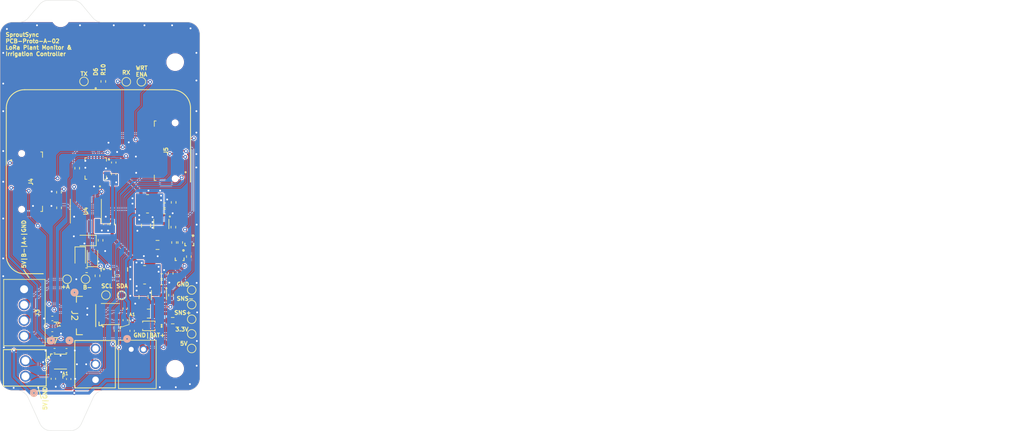
<source format=kicad_pcb>
(kicad_pcb (version 20241229) (generator "pcbnew") (generator_version "9.0")
  (title_block (title "PCB-Proto-A-01") (date "2025-08-08") (rev "v0.1") (company "SproutSync LTD") (comment 1 "Drawn by: Thomas Sweeney") (comment 2 "MFG Check: "))
  (layers (0 "F.Cu" signal) (2 "B.Cu" signal) (13 "F.Paste" user) (15 "B.Paste" user) (5 "F.SilkS" user "F.Silkscreen") (7 "B.SilkS" user "B.Silkscreen") (1 "F.Mask" user) (3 "B.Mask" user) (25 "Edge.Cuts" user))
  (net 0 "")
  (net 1 "+5V")
  (net 2 "+BATT")
  (net 3 "RS485_B-")
  (net 4 "RS485_A+")
  (net 5 "+3V3")
  (net 6 "/PetalStackingConectors/PAD32")
  (net 7 "/PetalStackingConectors/PAD7")
  (net 8 "/PetalStackingConectors/PAD49")
  (net 9 "/PetalStackingConectors/PAD46")
  (net 10 "/PetalStackingConectors/PAD14")
  (net 11 "/PetalStackingConectors/PAD48")
  (net 12 "/PetalStackingConectors/PAD30")
  (net 13 "/PetalStackingConectors/PAD31")
  (net 14 "/PetalStackingConectors/PAD29")
  (net 15 "/PetalStackingConectors/PAD13")
  (net 16 "/PetalStackingConectors/PAD45")
  (net 17 "/PetalStackingConectors/PAD33")
  (net 18 "TX")
  (net 19 "Net-(D5-A)")
  (net 20 "RX")
  (net 21 "Net-(D4-A)")
  (net 22 "RE{slash}DE")
  (net 23 "GND")
  (net 24 "Net-(D6-A)")
  (net 25 "/LEDIndicators/LORA_TX")
  (net 26 "/Power/BAT_POS")
  (net 41 "/PetalStackingConectors/PAD16")
  (net 42 "/PetalStackingConectors/PAD15")
  (net 43 "/PetalStackingConectors/PAD22")
  (net 44 "/PetalStackingConectors/PAD27")
  (net 45 "/PetalStackingConectors/BT_TX")
  (net 46 "/PetalStackingConectors/PAD34")
  (net 47 "/PetalStackingConectors/PAD12")
  (net 48 "/PetalStackingConectors/PAD2")
  (net 49 "/PetalStackingConectors/PAD3")
  (net 50 "/PetalStackingConectors/PAD19")
  (net 51 "/PetalStackingConectors/PAD35")
  (net 52 "/PetalStackingConectors/PAD18")
  (net 53 "/PetalStackingConectors/PAD1")
  (net 54 "/PetalStackingConectors/PAD17")
  (net 55 "/PetalStackingConectors/PAD28")
  (net 56 "/PetalStackingConectors/PAD4")
  (net 57 "/PetalStackingConectors/PAD11")
  (net 58 "/PetalStackingConectors/PAD41")
  (net 59 "Net-(U6-SW)")
  (net 60 "Net-(U9-SW)")
  (net 61 "Net-(U9-MODE{slash}S-CONF)")
  (net 62 "Net-(U6-MODE{slash}S-CONF)")
  (net 63 "Net-(U6-PG)")
  (net 64 "Net-(U6-FB{slash}VSET)")
  (net 65 "Net-(U9-FB{slash}VSET)")
  (net 66 "Net-(U9-PG)")
  (net 75 "Net-(D11-Pad1)")
  (net 76 "AMB_PWR_3p3")
  (net 77 "SOIL_PWR_5p0")
  (net 78 "IRRI_PWR_5p0")
  (net 79 "Net-(J6-Pin_1)")
  (net 80 "Net-(J6-Pin_2)")
  (net 81 "Net-(Q2-G)")
  (net 82 "Net-(Q2-S)")
  (footprint "Resistor_SMD:R_0402_1005Metric" (layer "F.Cu") (at 98.58 91.72 -90)
    (property "Reference" "R19" (hide yes))
    (property "Value" "4.7k" (hide yes))
  )
  (footprint "SproutSenseFootprints:SON50P200X200X80-9N" (layer "F.Cu") (at 98.8225 119.33)
    (property "Reference" "U11" (hide yes))
    (property "Value" "DRV8838DSGR" (hide yes))
  )
  (footprint "Resistor_SMD:R_0402_1005Metric" (layer "F.Cu") (at 104.85 105.3375 -90)
    (property "Reference" "R6" (hide yes))
    (property "Value" "1k" (hide yes))
  )
  (footprint "Capacitor_SMD:C_0201_0603Metric" (layer "F.Cu") (at 110.99 108.72 -90)
    (property "Reference" "C17" (hide yes))
    (property "Value" "10n" (hide yes))
  )
  (footprint "TestPoint:TestPoint_Pad_D1.0mm" (layer "F.Cu") (at 120.19 112.42)
    (property "Reference" "TP8" (hide yes))
    (property "Value" "TestPoint" (hide yes))
  )
  (footprint "Diode_SMD:D_SOD-323" (layer "F.Cu") (at 103.035 99.585 180)
    (property "Reference" "D1" (hide yes))
    (property "Value" "DESD5V0S1BA-7" (hide yes))
  )
  (footprint "Resistor_SMD:R_0402_1005Metric" (layer "F.Cu") (at 116.825 108.5 -90)
    (property "Reference" "R13" (hide yes))
    (property "Value" "9.31k" (hide yes))
  )
  (footprint "SproutSenseFootprints:SOIC127P599X175-8N" (layer "F.Cu") (at 102.95 94.805 -90)
    (property "Reference" "U4")
    (property "Value" "SN65HVD3082EDR" (hide yes))
  )
  (footprint "SproutSenseFootprints:VESM_TOS" (layer "F.Cu") (at 119.8 99.9047 180)
    (property "Reference" "Q3" (hide yes))
    (property "Value" "SSM3K16FV" (hide yes))
  )
  (footprint "SproutSenseFootprints:IC_BME688" (layer "F.Cu") (at 106.95 111.57 180)
    (property "Reference" "U7" (hide yes))
    (property "Value" "BME688" (hide yes))
  )
  (footprint "Resistor_SMD:R_0402_1005Metric" (layer "F.Cu") (at 116.770378 104.920378 90)
    (property "Reference" "R23" (hide yes))
    (property "Value" "34k" (hide yes))
  )
  (footprint "MountingHole:MountingHole_2.5mm" (layer "F.Cu") (at 98.85 127.65)
    (property "Reference" "REF**" (hide yes))
    (property "Value" "MountingHole_2.5mm" (hide yes))
  )
  (footprint "TestPoint:TestPoint_Pad_D1.0mm" (layer "F.Cu") (at 108.79 108.51 90)
    (property "Reference" "TP9" (hide yes))
    (property "Value" "TestPoint" (hide yes))
  )
  (footprint "Resistor_SMD:R_0402_1005Metric" (layer "F.Cu") (at 98.59 94.26 90)
    (property "Reference" "R20" (hide yes))
    (property "Value" "4.7k" (hide yes))
  )
  (footprint "Resistor_SMD:R_0402_1005Metric" (layer "F.Cu") (at 103.085 104.435)
    (property "Reference" "R3" (hide yes))
    (property "Value" "120" (hide yes))
  )
  (footprint "Diode_SMD:D_SOD-323" (layer "F.Cu") (at 104.035 102.235 90)
    (property "Reference" "D3" (hide yes))
    (property "Value" "DESD5V0S1BA-7" (hide yes))
  )
  (footprint "SproutSenseFootprints:YFP4_TEX" (layer "F.Cu") (at 109.22 114.3185)
    (property "Reference" "U3" (hide yes))
    (property "Value" "TPS22914BYFPR")
  )
  (footprint "Resistor_SMD:R_0603_1608Metric" (layer "F.Cu") (at 117.1 112.65)
    (property "Reference" "R25" (hide yes))
    (property "Value" "100m" (hide yes))
  )
  (footprint "Capacitor_SMD:C_0402_1005Metric" (layer "F.Cu") (at 110.49 114.3185 -90)
    (property "Reference" "C19" (hide yes))
    (property "Value" "22uF")
  )
  (footprint "TestPoint:TestPoint_Pad_D1.0mm" (layer "F.Cu") (at 120.19 110.035)
    (property "Reference" "TP11" (hide yes))
    (property "Value" "TestPoint" (hide yes))
  )
  (footprint "Resistor_SMD:R_0402_1005Metric" (layer "F.Cu") (at 107.243 96.915 -90)
    (property "Reference" "R4" (hide yes))
    (property "Value" "4.7k" (hide yes))
  )
  (footprint "MountingHole:MountingHole_2.5mm" (layer "F.Cu") (at 98.85 63.35)
    (property "Reference" "REF**" (hide yes))
    (property "Value" "MountingHole_2.5mm" (hide yes))
  )
  (footprint "SproutSenseFootprints:VESM_TOS" (layer "F.Cu") (at 118.23005 102.3094 180)
    (property "Reference" "Q2" (hide yes))
    (property "Value" "SSM3J35MFV" (hide yes))
  )
  (footprint "Resistor_SMD:R_0402_1005Metric" (layer "F.Cu") (at 115.31 106.42 180)
    (property "Reference" "R22" (hide yes))
    (property "Value" "100k" (hide yes))
  )
  (footprint "Capacitor_SMD:C_0402_1005Metric" (layer "F.Cu") (at 109.37 112.5685 90)
    (property "Reference" "C6" (hide yes))
    (property "Value" "100nF" (hide yes))
  )
  (footprint "Resistor_SMD:R_0402_1005Metric" (layer "F.Cu") (at 105.35 99.55 90)
    (property "Reference" "R5" (hide yes))
    (property "Value" "4.7k" (hide yes))
  )
  (footprint "TestPoint:TestPoint_Pad_D1.0mm" (layer "F.Cu") (at 120.19 114.805 90)
    (property "Reference" "TP14" (hide yes))
    (property "Value" "TestPoint" (hide yes))
  )
  (footprint "Resistor_SMD:R_0402_1005Metric" (layer "F.Cu") (at 108.06 105.3375 -90)
    (property "Reference" "R2" (hide yes))
    (property "Value" "1k" (hide yes))
  )
  (footprint "Capacitor_SMD:C_0402_1005Metric" (layer "F.Cu") (at 109.36 110.66 90)
    (property "Reference" "C4" (hide yes))
    (property "Value" "100nF" (hide yes))
  )
  (footprint "TestPoint:TestPoint_Pad_D1.0mm" (layer "F.Cu") (at 102.9 105.9)
    (property "Reference" "TP3" (hide yes))
    (property "Value" "TestPoint" (hide yes))
  )
  (footprint "TestPoint:TestPoint_Pad_D1.0mm" (layer "F.Cu") (at 99.9 105.9)
    (property "Reference" "TP4" (hide yes))
    (property "Value" "TestPoint" (hide yes))
  )
  (footprint "SproutSenseFootprints:CONN_S2B-PH-K-S_JST" (layer "F.Cu") (at 110.34 117.3301)
    (property "Reference" "J1" (hide yes))
    (property "Value" "S2B-PH-K-S" (hide yes))
  )
  (footprint "Capacitor_SMD:C_0402_1005Metric" (layer "F.Cu") (at 97.67 122.13 -90)
    (property "Reference" "C18" (hide yes))
    (property "Value" "1uF")
  )
  (footprint "SproutSenseFootprints:USC_TOS" (layer "F.Cu") (at 113.21 113.5 180)
    (property "Reference" "D11" (hide yes))
    (property "Value" "CUS10S30_H3F" (hide yes))
  )
  (footprint "TestPoint:TestPoint_Pad_D1.0mm" (layer "F.Cu") (at 106.22 108.49 90)
    (property "Reference" "TP10" (hide yes))
    (property "Value" "TestPoint" (hide yes))
  )
  (footprint "SproutSenseFootprints:SOT5X3-8_DRL_TEX" (layer "F.Cu") (at 115.239811 96.8901 -90)
    (property "Reference" "U6" (hide yes))
    (property "Value" "TPS629203DRL" (hide yes))
  )
  (footprint "Resistor_SMD:R_0402_1005Metric" (layer "F.Cu") (at 117.32005 99.9094 90)
    (property "Reference" "R8" (hide yes))
    (property "Value" "4.7k" (hide yes))
  )
  (footprint "SproutSenseFootprints:IND_VLS3012CX-2R2M-1" (layer "F.Cu") (at 112.525 105.175 180)
    (property "Reference" "L3" (hide yes))
    (property "Value" "2.2u" (hide yes))
  )
  (footprint "LED_SMD:LED_0402_1005Metric" (layer "F.Cu") (at 105.9 105.345 -90)
    (property "Reference" "D5" (hide yes))
    (property "Value" "B2841USD" (hide yes))
  )
  (footprint "Resistor_SMD:R_0402_1005Metric" (layer "F.Cu") (at 118.33005 99.9094 -90)
    (property "Reference" "R7" (hide yes))
    (property "Value" "7.5k" (hide yes))
  )
  (footprint "Capacitor_SMD:C_0805_2012Metric" (layer "F.Cu") (at 114.63 100.31 180)
    (property "Reference" "C5" (hide yes))
    (property "Value" "22uF" (hide yes))
  )
  (footprint "Capacitor_SMD:C_0402_1005Metric" (layer "F.Cu") (at 107.94 114.3185 -90)
    (property "Reference" "C9" (hide yes))
    (property "Value" "1uF")
  )
  (footprint "LED_SMD:LED_0402_1005Metric" (layer "F.Cu") (at 106.95 105.345 -90)
    (property "Reference" "D4" (hide yes))
    (property "Value" "B2841USD" (hide yes))
  )
  (footprint "Capacitor_SMD:C_0805_2012Metric" (layer "F.Cu") (at 113.2 111.5 180)
    (property "Reference" "C15" (hide yes))
    (property "Value" "22uF" (hide yes))
  )
  (footprint "Resistor_SMD:R_0402_1005Metric" (layer "F.Cu") (at 105.8 73.65 90)
    (property "Reference" "R10")
    (property "Value" "1k" (hide yes))
  )
  (footprint "Diode_SMD:D_SOD-323" (layer "F.Cu") (at 102.035 102.235 -90)
    (property "Reference" "D2" (hide yes))
    (property "Value" "DESD5V0S1BA-7" (hide yes))
  )
  (footprint "SproutSenseFootprints:YFP4_TEX" (layer "F.Cu") (at 98.93 122.17)
    (property "Reference" "U8" (hide yes))
    (property "Value" "TPS22914BYFPR" (hide yes))
  )
  (footprint "SproutSenseFootprints:CONN_A-6373-03A_MOL" (layer "F.Cu") (at 104.53 117.21 -90)
    (property "Reference" "J7" (hide yes))
    (property "Value" "Conn_01x03")
  )
  (footprint "Capacitor_SMD:C_0402_1005Metric" (layer "F.Cu") (at 97.86 117.54 180)
    (property "Reference" "C20" (hide yes))
    (property "Value" "100nF")
  )
  (footprint "TestPoint:TestPoint_Pad_D1.0mm" (layer "F.Cu") (at 109.55 73.7 180)
    (property "Reference" "TP1" (hide yes))
    (property "Value" "TestPoint" (hide yes))
  )
  (footprint "Resistor_SMD:R_0402_1005Metric" (layer "F.Cu") (at 115.3 105.4)
    (property "Reference" "R21" (hide yes))
    (property "Value" "249k" (hide yes))
  )
  (footprint "SproutSenseFootprints:CONN4_BM04B-SRSS_JST" (layer "F.Cu") (at 102.99 111.82 -90)
    (property "Reference" "J2")
    (property "Value" "BM04B-SRSS-TB")
  )
  (footprint "SproutSenseFootprints:CONN_OSTVN02A150_OST" (layer "F.Cu") (at 93.117601 121.720076 90)
    (property "Reference" "J6" (hide yes))
    (property "Value" "OSTVN02A150" (hide yes))
  )
  (footprint "Resistor_SMD:R_0402_1005Metric" (layer "F.Cu") (at 115.76 94.87 180)
    (property "Reference" "R16" (hide yes))
    (property "Value" "100k" (hide yes))
  )
  (footprint "Resistor_SMD:R_0402_1005Metric" (layer "F.Cu") (at 101.5475 87.8 90)
    (property "Reference" "R18" (hide yes))
    (property "Value" "4.7k" (hide yes))
  )
  (footprint "Resistor_SMD:R_0402_1005Metric" (layer "F.Cu") (at 115.76 93.84)
    (property "Reference" "R17" (hide yes))
    (property "Value" "154k" (hide yes))
  )
  (footprint "Capacitor_SMD:C_0201_0603Metric" (layer "F.Cu") (at 111.35 97.09 -90)
    (property "Reference" "C3" (hide yes))
    (property "Value" "10n" (hide yes))
  )
  (footprint "TestPoint:TestPoint_Pad_D1.0mm" (layer "F.Cu") (at 102.65 73.65 90)
    (property "Reference" "TP2" (hide yes))
    (property "Value" "TestPoint" (hide yes))
  )
  (footprint "Capacitor_SMD:C_0402_1005Metric" (layer "F.Cu") (at 99.8 117.55)
    (property "Reference" "C21" (hide yes))
    (property "Value" "100nF")
  )
  (footprint "SproutSenseFootprints:YFP4_TEX" (layer "F.Cu") (at 97.5 113.55 -90)
    (property "Reference" "U2" (hide yes))
    (property "Value" "TPS22914BYFPR" (hide yes))
  )
  (footprint "MountingHole:MountingHole_2.5mm" (layer "F.Cu") (at 117.5 120.5)
    (property "Reference" "REF**" (hide yes))
    (property "Value" "MountingHole_2.5mm" (hide yes))
  )
  (footprint "Resistor_SMD:R_0402_1005Metric" (layer "F.Cu") (at 117.210252 97.41 -90)
    (property "Reference" "R15" (hide yes))
    (property "Value" "7.5k" (hide yes))
  )
  (footprint "MountingHole:MountingHole_2.5mm" (layer "F.Cu") (at 117.5 70.5)
    (property "Reference" "REF**" (hide yes))
    (property "Value" "MountingHole_2.5mm" (hide yes))
  )
  (footprint "Resistor_SMD:R_0402_1005Metric" (layer "F.Cu") (at 119.73005 102.2094 -90)
    (property "Reference" "R1" (hide yes))
    (property "Value" "47k" (hide yes))
  )
  (footprint "Capacitor_SMD:C_0402_1005Metric" (layer "F.Cu") (at 107.4975 86.87 -90)
    (property "Reference" "C13" (hide yes))
    (property "Value" "1uF" (hide yes))
  )
  (footprint "LED_SMD:LED_0402_1005Metric" (layer "F.Cu") (at 104.56 73.68 90)
    (property "Reference" "D6")
    (property "Value" "B2841USD" (hide yes))
  )
  (footprint "Capacitor_SMD:C_0402_1005Metric" (layer "F.Cu") (at 106.213 96.915 90)
    (property "Reference" "C8" (hide yes))
    (property "Value" "1uF" (hide yes))
  )
  (footprint "Capacitor_SMD:C_0805_2012Metric" (layer "F.Cu") (at 112.350378 108.810378 -90)
    (property "Reference" "C16" (hide yes))
    (property "Value" "22uF" (hide yes))
  )
  (footprint "SproutSenseFootprints:CONN_OSTVN04A150_OST" (layer "F.Cu") (at 92.9 115.15 90)
    (property "Reference" "J3")
    (property "Value" "OSTVN04A150" (hide yes))
  )
  (footprint "SproutSenseFootprints:QFN50P350X350X100-15N" (layer "F.Cu") (at 104.5625 87.85 180)
    (property "Reference" "U5" (hide yes))
    (property "Value" "TXB0104RGYR" (hide yes))
  )
  (footprint "TestPoint:TestPoint_Pad_D1.0mm" (layer "F.Cu") (at 120.19 117.19 90)
    (property "Reference" "TP15" (hide yes))
    (property "Value" "TestPoint" (hide yes))
  )
  (footprint "Capacitor_SMD:C_0402_1005Metric" (layer "F.Cu") (at 97.5 112.3 180)
    (property "Reference" "C10" (hide yes))
    (property "Value" "1uF")
  )
  (footprint "SproutSenseFootprints:IND_VLS3012CX-2R2M-1" (layer "F.Cu") (at 113 93.6 180)
    (property "Reference" "L1" (hide yes))
    (property "Value" "2.2u" (hide yes))
  )
  (footprint "TestPoint:TestPoint_Pad_D1.0mm" (layer "F.Cu") (at 120.19 107.65)
    (property "Reference" "TP7" (hide yes))
    (property "Value" "TestPoint" (hide yes))
  )
  (footprint "TestPoint:TestPoint_Pad_D1.0mm" (layer "F.Cu") (at 112 73.7 90)
    (property "Reference" "TP6" (hide yes))
    (property "Value" "TestPoint" (hide yes))
  )
  (footprint "Resistor_SMD:R_0402_1005Metric" (layer "F.Cu") (at 117.25 93.37 90)
    (property "Reference" "R24" (hide yes))
    (property "Value" "34k" (hide yes))
  )
  (footprint "SproutSenseFootprints:AMPHENOL_10132797-031100LF" (layer "F.Cu") (at 94 90 90)
    (property "Reference" "J4")
    (property "Value" "10132797-031100LF" (hide yes))
  )
  (footprint "Capacitor_SMD:C_0402_1005Metric" (layer "F.Cu") (at 97.49 114.81 180)
    (property "Reference" "C7")
    (property "Value" "22uF")
  )
  (footprint "Capacitor_SMD:C_0402_1005Metric" (layer "F.Cu") (at 107.4975 88.77 90)
    (property "Reference" "C14" (hide yes))
    (property "Value" "1uF" (hide yes))
  )
  (footprint "SproutSenseFootprints:SOT5X3-8_DRL_TEX" (layer "F.Cu") (at 114.860189 108.500478 -90)
    (property "Reference" "U9" (hide yes))
    (property "Value" "TPS629206DRLR")
  )
  (footprint "Capacitor_SMD:C_0402_1005Metric" (layer "F.Cu") (at 100.16 122.17 90)
    (property "Reference" "C12" (hide yes))
    (property "Value" "22uF")
  )
  (footprint "Capacitor_SMD:C_0805_2012Metric" (layer "F.Cu") (at 112.75 97.15 -90)
    (property "Reference" "C11" (hide yes))
    (property "Value" "22uF" (hide yes))
  )
  (footprint "SproutSenseFootprints:AMPHENOL_10132797-031100LF" (layer "F.Cu") (at 116 84.95 -90)
    (property "Reference" "J5")
    (property "Value" "10132797-031100LF" (hide yes))
  )
  (gr_arc (start 90 78) (mid 90.87868 75.87868) (end 93 75) (stroke (width 0.15)) (layer "F.SilkS"))
  (gr_line (start 97.21 118.41) (end 97.21 118.08) (stroke (width 0.15)) (layer "F.SilkS"))
  (gr_line (start 97.76 112.89) (end 98.15 112.89) (stroke (width 0.15)) (layer "F.SilkS"))
  (gr_line (start 109.75 104.6) (end 109.75 104) (stroke (width 0.15)) (layer "F.SilkS"))
  (gr_arc (start 117 75) (mid 119.12132 75.87868) (end 120 78) (stroke (width 0.15)) (layer "F.SilkS"))
  (gr_line (start 92.85 104.35) (end 93.7 105.65) (stroke (width 0.15)) (layer "F.SilkS"))
  (gr_line (start 105.45 104) (end 105.45 104.6) (stroke (width 0.15)) (layer "F.SilkS"))
  (gr_line (start 97.21 118.08) (end 97.5 118.08) (stroke (width 0.15)) (layer "F.SilkS"))
  (gr_line (start 99.21 121.66) (end 99.49 121.66) (stroke (width 0.15)) (layer "F.SilkS"))
  (gr_line (start 120 90.04) (end 120 90.04) (stroke (width 0.15)) (layer "F.SilkS"))
  (gr_line (start 96.02 105) (end 93 105) (stroke (width 0.15)) (layer "F.SilkS"))
  (gr_arc (start 93 105) (mid 90.87868 104.12132) (end 90 102) (stroke (width 0.15)) (layer "F.SilkS"))
  (gr_line (start 108.97 113.62) (end 110 113.28) (stroke (width 0.1)) (layer "F.SilkS"))
  (gr_line (start 105.1 112.87) (end 105.1 113.45) (stroke (width 0.15)) (layer "F.SilkS"))
  (gr_line (start 120 78) (end 120 90.04) (stroke (width 0.15)) (layer "F.SilkS"))
  (gr_line (start 108.56 113.65) (end 108.84 113.65) (stroke (width 0.15)) (layer "F.SilkS"))
  (gr_line (start 110 113.28) (end 110.02 112.05) (stroke (width 0.1)) (layer "F.SilkS"))
  (gr_line (start 93 75) (end 117 75) (stroke (width 0.15)) (layer "F.SilkS"))
  (gr_line (start 108.56 114.04) (end 108.56 113.65) (stroke (width 0.15)) (layer "F.SilkS"))
  (gr_line (start 98.15 112.89) (end 98.15 113.17) (stroke (width 0.15)) (layer "F.SilkS"))
  (gr_line (start 105.1 113.45) (end 105.64 113.45) (stroke (width 0.15)) (layer "F.SilkS"))
  (gr_line (start 95.2 123.6) (end 95.7 125.35) (stroke (width 0.15)) (layer "F.SilkS"))
  (gr_line (start 90 102) (end 90 78) (stroke (width 0.15)) (layer "F.SilkS"))
  (gr_line (start 99.21 122.05) (end 99.21 121.66) (stroke (width 0.15)) (layer "F.SilkS"))
  (gr_line (start 89 66) (end 89 93.8) (stroke (width 0.05)) (layer "Edge.Cuts"))
  (gr_line (start 105.987826 124) (end 119.5 124) (stroke (width 0.05)) (layer "Edge.Cuts"))
  (gr_arc (start 95.400307 61.119631) (mid 96.088442 60.588838) (end 96.93675 60.4) (stroke (width 0.05)) (layer "Edge.Cuts"))
  (gr_arc (start 121.5 122) (mid 120.914214 123.414214) (end 119.5 124) (stroke (width 0.05)) (layer "Edge.Cuts"))
  (gr_arc (start 91 124) (mid 89.585786 123.414214) (end 89 122) (stroke (width 0.05)) (layer "Edge.Cuts"))
  (gr_line (start 89 93.8) (end 89 122) (stroke (width 0.05)) (layer "Edge.Cuts"))
  (gr_line (start 121.5 122) (end 121.5 66) (stroke (width 0.05)) (layer "Edge.Cuts"))
  (gr_line (start 104.100307 63.280369) (end 102.299693 61.119631) (stroke (width 0.05)) (layer "Edge.Cuts"))
  (gr_arc (start 91.712173 124) (mid 92.794944 124.318451) (end 93.532906 125.172394) (stroke (width 0.05)) (layer "Edge.Cuts"))
  (gr_arc (start 93.599693 63.280369) (mid 92.911561 63.811179) (end 92.06325 64) (stroke (width 0.05)) (layer "Edge.Cuts"))
  (gr_arc (start 119.5 64) (mid 120.914214 64.585786) (end 121.5 66) (stroke (width 0.05)) (layer "Edge.Cuts"))
  (gr_line (start 93.532906 125.172394) (end 95.467093 129.427606) (stroke (width 0.05)) (layer "Edge.Cuts"))
  (gr_arc (start 105.63675 64) (mid 104.788439 63.811179) (end 104.100307 63.280369) (stroke (width 0.05)) (layer "Edge.Cuts"))
  (gr_line (start 92.06325 64) (end 91 64) (stroke (width 0.05)) (layer "Edge.Cuts"))
  (gr_arc (start 97.287826 130.6) (mid 96.205055 130.281549) (end 95.467093 129.427606) (stroke (width 0.05)) (layer "Edge.Cuts"))
  (gr_line (start 95.400307 61.119631) (end 93.599693 63.280369) (stroke (width 0.05)) (layer "Edge.Cuts"))
  (gr_line (start 102.232906 129.427606) (end 104.167093 125.172394) (stroke (width 0.05)) (layer "Edge.Cuts"))
  (gr_line (start 91 124) (end 91.712173 124) (stroke (width 0.05)) (layer "Edge.Cuts"))
  (gr_line (start 97.287826 130.6) (end 100.412173 130.6) (stroke (width 0.05)) (layer "Edge.Cuts"))
  (gr_arc (start 102.232906 129.427606) (mid 101.494942 130.281538) (end 100.412173 130.6) (stroke (width 0.05)) (layer "Edge.Cuts"))
  (gr_line (start 100.76325 60.4) (end 96.93675 60.4) (stroke (width 0.05)) (layer "Edge.Cuts"))
  (gr_arc (start 89 66) (mid 89.585786 64.585786) (end 91 64) (stroke (width 0.05)) (layer "Edge.Cuts"))
  (gr_line (start 119.5 64) (end 105.63675 64) (stroke (width 0.05)) (layer "Edge.Cuts"))
  (gr_arc (start 104.167093 125.172394) (mid 104.905057 124.318461) (end 105.987826 124) (stroke (width 0.05)) (layer "Edge.Cuts"))
  (gr_arc (start 100.76325 60.4) (mid 101.611561 60.588821) (end 102.299693 61.119631) (stroke (width 0.05)) (layer "Edge.Cuts"))
  (gr_text "RX" (at 108.79 72.59 0) (layer "F.SilkS") (effects (font (size 0.65 0.65) (thickness 0.15) (bold yes)) (justify left bottom)))
  (gr_text "SCL" (at 105.38 107.39 0) (layer "F.SilkS") (effects (font (size 0.65 0.65) (thickness 0.15) (bold yes)) (justify left bottom)))
  (gr_text "3.3V" (at 117.44 114.45 0) (layer "F.SilkS") (effects (font (size 0.65 0.65) (thickness 0.15) (bold yes)) (justify left bottom)))
  (gr_text "TX" (at 102 72.8 0) (layer "F.SilkS") (effects (font (size 0.65 0.65) (thickness 0.15) (bold yes)) (justify left bottom)))
  (gr_text "GND" (at 117.67 107.1 0) (layer "F.SilkS") (effects (font (size 0.65 0.65) (thickness 0.15) (bold yes)) (justify left bottom)))
  (gr_text "A" (at 98.54 113.03 270) (layer "F.SilkS") (effects (font (size 0.5 0.5) (thickness 0.125))))
  (gr_text "A" (at 110.25 111.65 0) (layer "F.SilkS") (effects (font (size 0.5 0.5) (thickness 0.125))))
  (gr_text "5V" (at 118.22 116.76 0) (layer "F.SilkS") (effects (font (size 0.65 0.65) (thickness 0.15) (bold yes)) (justify left bottom)))
  (gr_text "1" (at 99.85 121.27 0) (layer "F.SilkS") (effects (font (size 0.5 0.5) (thickness 0.125))))
  (gr_text "1" (at 110.75 111.65 0) (layer "F.SilkS") (effects (font (size 0.5 0.5) (thickness 0.125))))
  (gr_text "SNS+" (at 117.28 111.74 0) (layer "F.SilkS") (effects (font (size 0.65 0.65) (thickness 0.15) (bold yes)) (justify left bottom)))
  (gr_text "1" (at 98.54 113.53 270) (layer "F.SilkS") (effects (font (size 0.5 0.5) (thickness 0.125))))
  (gr_text "B-" (at 102.4 107.6 0) (layer "F.SilkS") (effects (font (size 0.65 0.65) (thickness 0.15) (bold yes)) (justify left bottom)))
  (gr_text "WRT\nENA" (at 111 72.9 0) (layer "F.SilkS") (effects (font (size 0.65 0.65) (thickness 0.15) (bold yes)) (justify left bottom)))
  (gr_text "5V|B-|A+|GND" (at 93.25 104.2 90) (layer "F.SilkS") (effects (font (size 0.65 0.65) (thickness 0.15) (bold yes)) (justify left bottom)))
  (gr_text "A+" (at 100.4 107.5 0) (layer "F.SilkS") (effects (font (size 0.65 0.65) (thickness 0.15) (bold yes)) (justify left bottom mirror)))
  (gr_text "A" (at 99.35 121.27 0) (layer "F.SilkS") (effects (font (size 0.5 0.5) (thickness 0.125))))
  (gr_text "GND|BAT+" (at 110.63 115.41 0) (layer "F.SilkS") (effects (font (size 0.65 0.65) (thickness 0.15) (bold yes)) (justify left bottom)))
  (gr_text "5V|GND" (at 96.7 127.3 90) (layer "F.SilkS") (effects (font (size 0.65 0.65) (thickness 0.15) (bold yes)) (justify left bottom)))
  (gr_text "SDA" (at 107.84 107.39 0) (layer "F.SilkS") (effects (font (size 0.65 0.65) (thickness 0.15) (bold yes)) (justify left bottom)))
  (gr_text "SNS-" (at 117.66 109.44 0) (layer "F.SilkS") (effects (font (size 0.65 0.65) (thickness 0.15) (bold yes)) (justify left bottom)))
  (gr_text "SproutSync\nPCB-Proto-A-02\nLoRa Plant Monitor &\nIrrigation Controller" (at 89.8 69.55 0) (layer "F.SilkS") (effects (font (size 0.65 0.65) (thickness 0.15) (bold yes)) (justify left bottom)))
  (segment (start 113.8 115.5) (end 116 115.5) (width 0.1524) (layer "F.Cu") (net 1))
  (segment (start 106.093 97.275) (end 106.213 97.395) (width 0.508) (layer "F.Cu") (net 1))
  (segment (start 100.16 122.65) (end 101.07 123.56) (width 0.254) (layer "F.Cu") (net 1))
  (segment (start 106.2475 88.6) (end 106.8975 89.25) (width 0.508) (layer "F.Cu") (net 1))
  (segment (start 93.55 117.5) (end 95.2 115.85) (width 0.508) (layer "F.Cu") (net 1))
  (segment (start 116 115.5) (end 117.69 117.19) (width 0.1524) (layer "F.Cu") (net 1))
  (segment (start 91.25 117.5) (end 93.55 117.5) (width 0.508) (layer "F.Cu") (net 1))
  (segment (start 97.98 114.03) (end 97.98 114.8) (width 0.254) (layer "F.Cu") (net 1))
  (segment (start 101.07 123.56) (end 101.07 124.45) (width 0.254) (layer "F.Cu") (net 1))
  (segment (start 107.243 99.093) (end 111.525 103.375) (width 0.508) (layer "F.Cu") (net 1))
  (segment (start 99.48 121.97) (end 100.16 122.65) (width 0.254) (layer "F.Cu") (net 1))
  (segment (start 104.855 97.275) (end 106.093 97.275) (width 0.508) (layer "F.Cu") (net 1))
  (segment (start 106.213 97.395) (end 107.213 97.395) (width 0.508) (layer "F.Cu") (net 1))
  (segment (start 111.525 103.375) (end 111.525 105.175) (width 0.508) (layer "F.Cu") (net 1))
  (segment (start 107.213 97.395) (end 107.243 97.425) (width 0.508) (layer "F.Cu") (net 1))
  (segment (start 106.8975 89.25) (end 107.4975 89.25) (width 0.508) (layer "F.Cu") (net 1))
  (segment (start 95.2 115.85) (end 97.55 115.85) (width 0.508) (layer "F.Cu") (net 1))
  (segment (start 117.69 117.19) (end 120.27 117.19) (width 0.1524) (layer "F.Cu") (net 1))
  (segment (start 99.13 121.97) (end 99.48 121.97) (width 0.254) (layer "F.Cu") (net 1))
  (segment (start 97.98 115.42) (end 97.98 114.8) (width 0.508) (layer "F.Cu") (net 1))
  (segment (start 97.55 115.85) (end 97.98 115.42) (width 0.508) (layer "F.Cu") (net 1))
  (segment (start 97.7 113.75) (end 97.98 114.03) (width 0.254) (layer "F.Cu") (net 1))
  (segment (start 107.243 97.425) (end 107.243 99.093) (width 0.508) (layer "F.Cu") (net 1))
  (via (at 114.8 103.875) (size 0.61) (drill 0.3) (layers "F.Cu" "B.Cu") (net 1))
  (via (at 111.225 107.75) (size 0.61) (drill 0.3) (layers "F.Cu" "B.Cu") (net 1))
  (via (at 114.8 104.675) (size 0.61) (drill 0.3) (layers "F.Cu" "B.Cu") (net 1))
  (via (at 107.9 90.1) (size 0.61) (drill 0.3) (layers "F.Cu" "B.Cu") (net 1))
  (via (at 105.55 97.95) (size 0.61) (drill 0.3) (layers "F.Cu" "B.Cu") (net 1))
  (via (at 113.45 108.1) (size 0.61) (drill 0.3) (layers "F.Cu" "B.Cu") (net 1))
  (via (at 106.575 97.975) (size 0.61) (drill 0.3) (layers "F.Cu" "B.Cu") (net 1))
  (via (at 101.07 124.45) (size 0.61) (drill 0.3) (layers "F.Cu" "B.Cu") (net 1))
  (via (at 113.8 115.5) (size 0.61) (drill 0.3) (layers "F.Cu" "B.Cu") (net 1))
  (via (at 106.4 89.44) (size 0.61) (drill 0.3) (layers "F.Cu" "B.Cu") (net 1))
  (via (at 111.225 107.025) (size 0.61) (drill 0.3) (layers "F.Cu" "B.Cu") (net 1))
  (via (at 113.45 107.275) (size 0.61) (drill 0.3) (layers "F.Cu" "B.Cu") (net 1))
  (via (at 91.25 117.5) (size 0.61) (drill 0.3) (layers "F.Cu" "B.Cu") (net 1))
  (via (at 112.05 103.225) (size 0.61) (drill 0.3) (layers "F.Cu" "B.Cu") (net 1))
  (via (at 111.2 103.175) (size 0.61) (drill 0.3) (layers "F.Cu" "B.Cu") (net 1))
  (segment (start 106.22 122.45) (end 113.35 122.45) (width 0.508) (layer "B.Cu") (net 1))
  (segment (start 105.09 123.58) (end 106.22 122.45) (width 0.508) (layer "B.Cu") (net 1))
  (segment (start 104.335111 123.58) (end 105.09 123.58) (width 0.508) (layer "B.Cu") (net 1))
  (segment (start 103.465111 124.45) (end 104.335111 123.58) (width 0.508) (layer "B.Cu") (net 1))
  (segment (start 107.3 97.4) (end 107.3 89.3) (width 0.508) (layer "B.Cu") (net 1))
  (segment (start 113.35 122.45) (end 113.8 122) (width 0.508) (layer "B.Cu") (net 1))
  (segment (start 101.07 124.45) (end 93.928861 124.45) (width 0.508) (layer "B.Cu") (net 1))
  (segment (start 93.928861 124.45) (end 91.25 121.771139) (width 0.508) (layer "B.Cu") (net 1))
  (segment (start 113.8 109.3) (end 112.35 107.85) (width 0.508) (layer "B.Cu") (net 1))
  (segment (start 107.3 89.3) (end 107.35 89.25) (width 0.508) (layer "B.Cu") (net 1))
  (segment (start 113.8 115.5) (end 113.8 109.3) (width 0.508) (layer "B.Cu") (net 1))
  (segment (start 113.8 122) (end 113.8 115.5) (width 0.508) (layer "B.Cu") (net 1))
  (segment (start 91.25 121.771139) (end 91.25 117.5) (width 0.508) (layer "B.Cu") (net 1))
  (segment (start 101.07 124.45) (end 103.465111 124.45) (width 0.508) (layer "B.Cu") (net 1))
  (segment (start 117.85 111.5) (end 117.925 111.575) (width 0.508) (layer "F.Cu") (net 2))
  (segment (start 118.85 109.875) (end 118.85 105.3) (width 0.508) (layer "F.Cu") (net 2))
  (segment (start 120.19 110.035) (end 119.01 110.035) (width 0.1524) (layer "F.Cu") (net 2))
  (segment (start 114.15 111.5) (end 117.85 111.5) (width 0.508) (layer "F.Cu") (net 2))
  (segment (start 118.85 109.875) (end 117.925 110.8) (width 0.508) (layer "F.Cu") (net 2))
  (segment (start 119.01 110.035) (end 118.85 109.875) (width 0.1524) (layer "F.Cu") (net 2))
  (segment (start 117.925 110.8) (end 117.925 111.575) (width 0.508) (layer "F.Cu") (net 2))
  (segment (start 115.210252 99.940252) (end 115.210252 98.71) (width 0.508) (layer "F.Cu") (net 2))
  (segment (start 115.210252 98.71) (end 115.210252 97.61) (width 0.508) (layer "F.Cu") (net 2))
  (segment (start 115.58 100.31) (end 115.210252 99.940252) (width 0.508) (layer "F.Cu") (net 2))
  (segment (start 117.925 111.575) (end 117.925 112.65) (width 0.508) (layer "F.Cu") (net 2))
  (segment (start 118.85 105.3) (end 115.58 102.03) (width 0.508) (layer "F.Cu") (net 2))
  (segment (start 115.58 102.03) (end 115.58 100.31) (width 0.508) (layer "F.Cu") (net 2))
  (segment (start 101.8458 107.3042) (end 96.7958 107.3042) (width 0.1524) (layer "F.Cu") (net 3))
  (segment (start 103.595 105.105) (end 103.595 104.435) (width 0.1524) (layer "F.Cu") (net 3))
  (segment (start 105.35 99.04) (end 104.63 99.04) (width 0.1524) (layer "F.Cu") (net 3))
  (segment (start 103.595 101.625) (end 103.595 104.435) (width 0.1524) (layer "F.Cu") (net 3))
  (segment (start 103.585 99.085) (end 104.085 99.585) (width 0.1524) (layer "F.Cu") (net 3))
  (segment (start 103.585 97.275) (end 103.585 99.085) (width 0.1524) (layer "F.Cu") (net 3))
  (segment (start 104.63 99.04) (end 104.085 99.585) (width 0.1524) (layer "F.Cu") (net 3))
  (segment (start 94.9 109.2) (end 94.9 110.61) (width 0.1524) (layer "F.Cu") (net 3))
  (segment (start 102.9 106.25) (end 102.9 105.9) (width 0.1524) (layer "F.Cu") (net 3))
  (segment (start 104.085 99.585) (end 104.085 101.135) (width 0.1524) (layer "F.Cu") (net 3))
  (segment (start 102.9 105.8) (end 103.595 105.105) (width 0.1524) (layer "F.Cu") (net 3))
  (segment (start 104.085 101.135) (end 104.035 101.185) (width 0.1524) (layer "F.Cu") (net 3))
  (segment (start 101.8458 107.3042) (end 102.9 106.25) (width 0.1524) (layer "F.Cu") (net 3))
  (segment (start 94.9 110.61) (end 92.9 112.61) (width 0.1524) (layer "F.Cu") (net 3))
  (segment (start 102.9 105.9) (end 102.9 105.8) (width 0.1524) (layer "F.Cu") (net 3))
  (segment (start 104.035 101.185) (end 103.595 101.625) (width 0.1524) (layer "F.Cu") (net 3))
  (segment (start 96.7958 107.3042) (end 94.9 109.2) (width 0.1524) (layer "F.Cu") (net 3))
  (segment (start 101.985 99.585) (end 101.985 101.135) (width 0.1524) (layer "F.Cu") (net 4))
  (segment (start 97.07 105.9) (end 99.9 105.9) (width 0.1524) (layer "F.Cu") (net 4))
  (segment (start 102.8 95.1) (end 107 95.1) (width 0.1524) (layer "F.Cu") (net 4))
  (segment (start 102.315 99.255) (end 101.985 99.585) (width 0.1524) (layer "F.Cu") (net 4))
  (segment (start 92.9 110.07) (end 97.07 105.9) (width 0.1524) (layer "F.Cu") (net 4))
  (segment (start 99.9 105.9) (end 101.365 104.435) (width 0.1524) (layer "F.Cu") (net 4))
  (segment (start 102.315 97.275) (end 102.3 97.26) (width 0.1524) (layer "F.Cu") (net 4))
  (segment (start 102.575 104.435) (end 102.575 104.475) (width 0.1524) (layer "F.Cu") (net 4))
  (segment (start 107 95.1) (end 107.3 95.4) (width 0.1524) (layer "F.Cu") (net 4))
  (segment (start 101.365 104.435) (end 102.575 104.435) (width 0.1524) (layer "F.Cu") (net 4))
  (segment (start 102.575 101.725) (end 102.575 104.435) (width 0.1524) (layer "F.Cu") (net 4))
  (segment (start 102.3 95.6) (end 102.8 95.1) (width 0.1524) (layer "F.Cu") (net 4))
  (segment (start 102.3 97.26) (end 102.3 95.6) (width 0.1524) (layer "F.Cu") (net 4))
  (segment (start 102.315 97.275) (end 102.315 99.255) (width 0.1524) (layer "F.Cu") (net 4))
  (segment (start 107.3 96.348) (end 107.243 96.405) (width 0.1524) (layer "F.Cu") (net 4))
  (segment (start 101.985 101.135) (end 102.035 101.185) (width 0.1524) (layer "F.Cu") (net 4))
  (segment (start 102.035 101.185) (end 102.575 101.725) (width 0.1524) (layer "F.Cu") (net 4))
  (segment (start 107.3 95.4) (end 107.3 96.348) (width 0.1524) (layer "F.Cu") (net 4))
  (segment (start 97.53 92.23) (end 98.58 92.23) (width 0.254) (layer "F.Cu") (net 5))
  (segment (start 95.8 92.95) (end 98.555 92.95) (width 0.254) (layer "F.Cu") (net 5))
  (segment (start 106.9575 86.39) (end 107.4975 86.39) (width 0.508) (layer "F.Cu") (net 5))
  (segment (start 109.7 113.8385) (end 110.49 113.8385) (width 0.254) (layer "F.Cu") (net 5))
  (segment (start 95.8 92.45) (end 97.31 92.45) (width 0.254) (layer "F.Cu") (net 5))
  (segment (start 100.575 94.475) (end 111.125 94.475) (width 0.254) (layer "F.Cu") (net 5))
  (segment (start 111.125 94.475) (end 112 93.6) (width 0.254) (layer "F.Cu") (net 5))
  (segment (start 95.8 92.45) (end 95.8 92.95) (width 0.254) (layer "F.Cu") (net 5))
  (segment (start 113.21 113.94) (end 113.21 113.03) (width 0.254) (layer "F.Cu") (net 5))
  (segment (start 97.31 92.45) (end 97.53 92.23) (width 0.254) (layer "F.Cu") (net 5))
  (segment (start 108.9 88.7) (end 110.75 90.55) (width 0.508) (layer "F.Cu") (net 5))
  (segment (start 115.15 89.2) (end 115.66 88.69) (width 0.1524) (layer "F.Cu") (net 5))
  (segment (start 111.94 91.74) (end 111.94 92.42) (width 0.508) (layer "F.Cu") (net 5))
  (segment (start 115.66 88.69) (end 115.66 83.45) (width 0.1524) (layer "F.Cu") (net 5))
  (segment (start 107.4975 86.39) (end 108.39 86.39) (width 0.508) (layer "F.Cu") (net 5))
  (segment (start 108.39 86.39) (end 108.9 86.9) (width 0.508) (layer "F.Cu") (net 5))
  (segment (start 98.58 92.23) (end 98.58 92.975) (width 0.254) (layer "F.Cu") (net 5))
  (segment (start 110.75 90.55) (end 112.1 89.2) (width 0.1524) (layer "F.Cu") (net 5))
  (segment (start 110.6215 112.62) (end 110.57 112.5685) (width 0.254) (layer "F.Cu") (net 5))
  (segment (start 113.21 113.03) (end 112.8 112.62) (width 0.254) (layer "F.Cu") (net 5))
  (segment (start 106.2475 87.1) (end 106.9575 86.39) (width 0.508) (layer "F.Cu") (net 5))
  (segment (start 112.1 89.2) (end 115.15 89.2) (width 0.1524) (layer "F.Cu") (net 5))
  (segment (start 110.75 90.55) (end 111.94 91.74) (width 0.508) (layer "F.Cu") (net 5))
  (segment (start 114.075 114.805) (end 113.21 113.94) (width 0.254) (layer "F.Cu") (net 5))
  (segment (start 120.19 114.805) (end 114.075 114.805) (width 0.254) (layer "F.Cu") (net 5))
  (segment (start 110.57 112.5685) (end 110.57 113.7585) (width 0.508) (layer "F.Cu") (net 5))
  (segment (start 112.8 112.62) (end 110.6215 112.62) (width 0.254) (layer "F.Cu") (net 5))
  (segment (start 98.59 93.75) (end 99.85 93.75) (width 0.254) (layer "F.Cu") (net 5))
  (segment (start 99.85 93.75) (end 100.575 94.475) (width 0.254) (layer "F.Cu") (net 5))
  (segment (start 98.58 93.74) (end 98.59 93.75) (width 0.254) (layer "F.Cu") (net 5))
  (segment (start 109.42 114.1185) (end 109.7 113.8385) (width 0.254) (layer "F.Cu") (net 5))
  (segment (start 108.9 86.9) (end 108.9 88.7) (width 0.508) (layer "F.Cu") (net 5))
  (segment (start 98.555 92.95) (end 98.58 92.975) (width 0.254) (layer "F.Cu") (net 5))
  (segment (start 115.66 83.45) (end 117.8 83.45) (width 0.1524) (layer "F.Cu") (net 5))
  (segment (start 110.57 113.7585) (end 110.49 113.8385) (width 0.508) (layer "F.Cu") (net 5))
  (segment (start 98.58 92.975) (end 98.58 93.74) (width 0.254) (layer "F.Cu") (net 5))
  (via (at 115.2 92.275) (size 0.61) (drill 0.3) (layers "F.Cu" "B.Cu") (net 5))
  (via (at 111.65 96.18) (size 0.61) (drill 0.3) (layers "F.Cu" "B.Cu") (net 5))
  (via (at 110.57 112.5685) (size 0.61) (drill 0.3) (layers "F.Cu" "B.Cu") (net 5))
  (via (at 113.825 96.575) (size 0.61) (drill 0.3) (layers "F.Cu" "B.Cu") (net 5))
  (via (at 115.2 93.025) (size 0.61) (drill 0.3) (layers "F.Cu" "B.Cu") (net 5))
  (via (at 111.65 95.475) (size 0.61) (drill 0.3) (layers "F.Cu" "B.Cu") (net 5))
  (via (at 113.825 95.775) (size 0.61) (drill 0.3) (layers "F.Cu" "B.Cu") (net 5))
  (segment (start 109.5 102.85) (end 109.5 109.2) (width 0.508) (layer "B.Cu") (net 5))
  (segment (start 109.5 102.85) (end 110.25 102.1) (width 0.508) (layer "B.Cu") (net 5))
  (segment (start 110.25 102.1) (end 110.25 95.85) (width 0.508) (layer "B.Cu") (net 5))
  (segment (start 110.25 95.85) (end 110.65 95.45) (width 0.508) (layer "B.Cu") (net 5))
  (segment (start 109.89 111.8885) (end 110.57 112.5685) (width 0.508) (layer "B.Cu") (net 5))
  (segment (start 110.65 95.45) (end 111.7 95.45) (width 0.508) (layer "B.Cu") (net 5))
  (segment (start 109.5 109.2) (end 109.89 109.59) (width 0.508) (layer "B.Cu") (net 5))
  (segment (start 109.89 109.59) (end 109.89 111.8885) (width 0.508) (layer "B.Cu") (net 5))
  (segment (start 117.8 84.95) (end 119.175 84.95) (width 0.1524) (layer "F.Cu") (net 6))
  (segment (start 119.175 84.95) (end 119.25 85.025) (width 0.1524) (layer "F.Cu") (net 6))
  (segment (start 119.1 97.8) (end 120.20005 98.90005) (width 0.1524) (layer "F.Cu") (net 6))
  (segment (start 120.20005 98.90005) (end 120.20005 99.4094) (width 0.1524) (layer "F.Cu") (net 6))
  (via (at 119.25 85.025) (size 0.61) (drill 0.3) (layers "F.Cu" "B.Cu") (net 6))
  (via (at 119.1 97.8) (size 0.61) (drill 0.3) (layers "F.Cu" "B.Cu") (net 6))
  (segment (start 119.25 85.025) (end 119.8 85.575) (width 0.1524) (layer "B.Cu") (net 6))
  (segment (start 119.8 97.1) (end 119.1 97.8) (width 0.1524) (layer "B.Cu") (net 6))
  (segment (start 119.8 85.575) (end 119.8 97.1) (width 0.1524) (layer "B.Cu") (net 6))
  (segment (start 90.81 90.98) (end 92.17 90.98) (width 0.1524) (layer "F.Cu") (net 7))
  (segment (start 109.09 115.55) (end 109.42 115.22) (width 0.1524) (layer "F.Cu") (net 7))
  (segment (start 109.42 115.22) (end 109.42 114.5185) (width 0.1524) (layer "F.Cu") (net 7))
  (segment (start 98.91 115.55) (end 109.09 115.55) (width 0.1524) (layer "F.Cu") (net 7))
  (segment (start 92.17 90.98) (end 92.2 90.95) (width 0.1524) (layer "F.Cu") (net 7))
  (via (at 90.81 90.98) (size 0.61) (drill 0.3) (layers "F.Cu" "B.Cu") (net 7))
  (via (at 98.91 115.55) (size 0.61) (drill 0.3) (layers "F.Cu" "B.Cu") (net 7))
  (segment (start 90.81 90.98) (end 90.78 91.01) (width 0.1524) (layer "B.Cu") (net 7))
  (segment (start 90.78 102.03) (end 95.45 106.7) (width 0.1524) (layer "B.Cu") (net 7))
  (segment (start 90.78 91.01) (end 90.78 102.03) (width 0.1524) (layer "B.Cu") (net 7))
  (segment (start 95.45 114.09) (end 96.91 115.55) (width 0.1524) (layer "B.Cu") (net 7))
  (segment (start 96.91 115.55) (end 98.91 115.55) (width 0.1524) (layer "B.Cu") (net 7))
  (segment (start 95.45 106.7) (end 95.45 114.09) (width 0.1524) (layer "B.Cu") (net 7))
  (segment (start 98.32 90.95) (end 98.58 91.21) (width 0.1524) (layer "F.Cu") (net 8))
  (segment (start 105.75 111.17) (end 106.13 111.17) (width 0.1524) (layer "F.Cu") (net 8))
  (segment (start 98.59 91.2) (end 98.58 91.21) (width 0.1524) (layer "F.Cu") (net 8))
  (segment (start 95.8 90.95) (end 98.32 90.95) (width 0.1524) (layer "F.Cu") (net 8))
  (segment (start 101.107799 111.320001) (end 101.2578 111.17) (width 0.1524) (layer "F.Cu") (net 8))
  (segment (start 106.13 111.17) (end 108.79 108.51) (width 0.1524) (layer "F.Cu") (net 8))
  (segment (start 99.37 91.21) (end 99.36 91.2) (width 0.1524) (layer "F.Cu") (net 8))
  (segment (start 99.36 91.2) (end 98.59 91.2) (width 0.1524) (layer "F.Cu") (net 8))
  (segment (start 97.82 110.85) (end 98.290001 111.320001) (width 0.1524) (layer "F.Cu") (net 8))
  (segment (start 98.290001 111.320001) (end 101.107799 111.320001) (width 0.1524) (layer "F.Cu") (net 8))
  (segment (start 101.2578 111.17) (end 105.75 111.17) (width 0.1524) (layer "F.Cu") (net 8))
  (via (at 97.82 110.85) (size 0.61) (drill 0.3) (layers "F.Cu" "B.Cu") (net 8))
  (via (at 99.37 91.21) (size 0.61) (drill 0.3) (layers "F.Cu" "B.Cu") (net 8))
  (segment (start 97.8 97.3) (end 99.4 95.7) (width 0.1524) (layer "B.Cu") (net 8))
  (segment (start 97.82 110.85) (end 97.8 110.83) (width 0.1524) (layer "B.Cu") (net 8))
  (segment (start 99.4 91.24) (end 99.37 91.21) (width 0.1524) (layer "B.Cu") (net 8))
  (segment (start 99.4 95.7) (end 99.4 91.24) (width 0.1524) (layer "B.Cu") (net 8))
  (segment (start 97.8 110.83) (end 97.8 97.3) (width 0.1524) (layer "B.Cu") (net 8))
  (segment (start 90.6 86.95) (end 92.2 86.95) (width 0.1524) (layer "F.Cu") (net 10))
  (via (at 90.6 86.95) (size 0.61) (drill 0.3) (layers "F.Cu" "B.Cu") (net 10))
  (segment (start 104.162701 116.6) (end 104.564601 117.0019) (width 0.1524) (layer "B.Cu") (net 10))
  (segment (start 90.04 102.44) (end 94.65 107.05) (width 0.1524) (layer "B.Cu") (net 10))
  (segment (start 90.04 87.51) (end 90.04 102.44) (width 0.1524) (layer "B.Cu") (net 10))
  (segment (start 96.6 116.6) (end 104.162701 116.6) (width 0.1524) (layer "B.Cu") (net 10))
  (segment (start 94.65 107.05) (end 94.65 114.65) (width 0.1524) (layer "B.Cu") (net 10))
  (segment (start 94.65 114.65) (end 96.6 116.6) (width 0.1524) (layer "B.Cu") (net 10))
  (segment (start 90.6 86.95) (end 90.04 87.51) (width 0.1524) (layer "B.Cu") (net 10))
  (segment (start 92.2 91.45) (end 93.63 91.45) (width 0.1524) (layer "F.Cu") (net 11))
  (segment (start 95.15 96.3316) (end 95.15 97.15) (width 0.1524) (layer "F.Cu") (net 11))
  (segment (start 93.63 91.45) (end 93.65 91.47) (width 0.1524) (layer "F.Cu") (net 11))
  (segment (start 98.36 109.93) (end 98.75 110.32) (width 0.1524) (layer "F.Cu") (net 11))
  (segment (start 105.11 110.08) (end 105.4 110.37) (width 0.1524) (layer "F.Cu") (net 11))
  (segment (start 96.98 109.93) (end 98.36 109.93) (width 0.1524) (layer "F.Cu") (net 11))
  (segment (start 105.75 110.37) (end 105.75 108.96) (width 0.1524) (layer "F.Cu") (net 11))
  (segment (start 98.59 94.77) (end 96.7116 94.77) (width 0.1524) (layer "F.Cu") (net 11))
  (segment (start 101.107799 110.32) (end 101.347799 110.08) (width 0.1524) (layer "F.Cu") (net 11))
  (segment (start 101.347799 110.08) (end 105.11 110.08) (width 0.1524) (layer "F.Cu") (net 11))
  (segment (start 96.7116 94.77) (end 95.15 96.3316) (width 0.1524) (layer "F.Cu") (net 11))
  (segment (start 98.75 110.32) (end 101.107799 110.32) (width 0.1524) (layer "F.Cu") (net 11))
  (segment (start 105.4 110.37) (end 105.75 110.37) (width 0.1524) (layer "F.Cu") (net 11))
  (segment (start 105.75 108.96) (end 106.22 108.49) (width 0.1524) (layer "F.Cu") (net 11))
  (via (at 96.98 109.93) (size 0.61) (drill 0.3) (layers "F.Cu" "B.Cu") (net 11))
  (via (at 93.65 91.47) (size 0.61) (drill 0.3) (layers "F.Cu" "B.Cu") (net 11))
  (via (at 95.15 97.15) (size 0.61) (drill 0.3) (layers "F.Cu" "B.Cu") (net 11))
  (segment (start 95.15 97.14) (end 95.15 97.15) (width 0.1524) (layer "B.Cu") (net 11))
  (segment (start 93.65 91.47) (end 93.65 95.64) (width 0.1524) (layer "B.Cu") (net 11))
  (segment (start 96.75 98.75) (end 95.15 97.15) (width 0.1524) (layer "B.Cu") (net 11))
  (segment (start 96.75 109.15) (end 96.75 98.75) (width 0.1524) (layer "B.Cu") (net 11))
  (segment (start 96.98 109.93) (end 96.98 109.38) (width 0.1524) (layer "B.Cu") (net 11))
  (segment (start 96.98 109.38) (end 96.75 109.15) (width 0.1524) (layer "B.Cu") (net 11))
  (segment (start 93.65 95.64) (end 95.15 97.14) (width 0.1524) (layer "B.Cu") (net 11))
  (segment (start 96.2 84.33) (end 94.19 86.34) (width 0.1524) (layer "F.Cu") (net 12))
  (segment (start 105.5625 85.5575) (end 105.5625 86.165) (width 0.1524) (layer "F.Cu") (net 12))
  (segment (start 98.35 89.45) (end 95.8 89.45) (width 0.1524) (layer "F.Cu") (net 12))
  (segment (start 94.19 86.34) (end 94.19 88.99) (width 0.1524) (layer "F.Cu") (net 12))
  (segment (start 106.51 85.22) (end 105.9 85.22) (width 0.1524) (layer "F.Cu") (net 12))
  (segment (start 105.9 85.22) (end 105.5625 85.5575) (width 0.1524) (layer "F.Cu") (net 12))
  (segment (start 96.2 80.1) (end 96.2 84.33) (width 0.1524) (layer "F.Cu") (net 12))
  (segment (start 94.19 88.99) (end 94.65 89.45) (width 0.1524) (layer "F.Cu") (net 12))
  (segment (start 94.65 89.45) (end 95.8 89.45) (width 0.1524) (layer "F.Cu") (net 12))
  (segment (start 102.65 73.65) (end 96.2 80.1) (width 0.1524) (layer "F.Cu") (net 12))
  (via (at 98.35 89.45) (size 0.61) (drill 0.3) (layers "F.Cu" "B.Cu") (net 12))
  (via (at 106.51 85.22) (size 0.61) (drill 0.3) (layers "F.Cu" "B.Cu") (net 12))
  (segment (start 98.88 85.22) (end 98.35 85.75) (width 0.1524) (layer "B.Cu") (net 12))
  (segment (start 98.35 85.75) (end 98.35 89.45) (width 0.1524) (layer "B.Cu") (net 12))
  (segment (start 106.51 85.22) (end 98.88 85.22) (width 0.1524) (layer "B.Cu") (net 12))
  (segment (start 105.34 84.36) (end 108.95 84.36) (width 0.1524) (layer "F.Cu") (net 13))
  (segment (start 108.95 84.36) (end 113.16 84.36) (width 0.1524) (layer "F.Cu") (net 13))
  (segment (start 109.48 73.63) (end 109.55 73.7) (width 0.1524) (layer "F.Cu") (net 13))
  (segment (start 108.15 73.63) (end 109.48 73.63) (width 0.1524) (layer "F.Cu") (net 13))
  (segment (start 113.25 84.45) (end 114.2 84.45) (width 0.1524) (layer "F.Cu") (net 13))
  (segment (start 113.16 84.36) (end 113.25 84.45) (width 0.1524) (layer "F.Cu") (net 13))
  (segment (start 105.0625 84.6375) (end 105.34 84.36) (width 0.1524) (layer "F.Cu") (net 13))
  (segment (start 105.0625 86.165) (end 105.0625 84.6375) (width 0.1524) (layer "F.Cu") (net 13))
  (via (at 108.15 73.63) (size 0.61) (drill 0.3) (layers "F.Cu" "B.Cu") (net 13))
  (via (at 108.95 84.36) (size 0.61) (drill 0.3) (layers "F.Cu" "B.Cu") (net 13))
  (segment (start 108.95 74.91) (end 108.95 84.36) (width 0.1524) (layer "B.Cu") (net 13))
  (segment (start 108.15 73.63) (end 108.15 74.11) (width 0.1524) (layer "B.Cu") (net 13))
  (segment (start 108.15 74.11) (end 108.95 74.91) (width 0.1524) (layer "B.Cu") (net 13))
  (segment (start 109.5 85.8) (end 111.65 87.95) (width 0.1524) (layer "F.Cu") (net 14))
  (segment (start 111.65 87.95) (end 114.2 87.95) (width 0.1524) (layer "F.Cu") (net 14))
  (segment (start 96.95 113.55) (end 96.55 113.55) (width 0.1524) (layer "F.Cu") (net 14))
  (segment (start 97.3 113.75) (end 97.15 113.75) (width 0.1524) (layer "F.Cu") (net 14))
  (segment (start 97.15 113.75) (end 96.95 113.55) (width 0.1524) (layer "F.Cu") (net 14))
  (via (at 109.5 85.8) (size 0.61) (drill 0.3) (layers "F.Cu" "B.Cu") (net 14))
  (via (at 96.55 113.55) (size 0.61) (drill 0.3) (layers "F.Cu" "B.Cu") (net 14))
  (segment (start 100.21 96.7) (end 100.21 89.59) (width 0.1524) (layer "B.Cu") (net 14))
  (segment (start 101.6 86.05) (end 109.25 86.05) (width 0.1524) (layer "B.Cu") (net 14))
  (segment (start 98.8 98.11) (end 100.21 96.7) (width 0.1524) (layer "B.Cu") (net 14))
  (segment (start 96.55 113.55) (end 98.08 113.55) (width 0.1524) (layer "B.Cu") (net 14))
  (segment (start 109.55 85.85) (end 109.5 85.8) (width 0.1524) (layer "B.Cu") (net 14))
  (segment (start 100.55 89.25) (end 100.55 89.2) (width 0.1524) (layer "B.Cu") (net 14))
  (segment (start 100.55 87.1) (end 101.6 86.05) (width 0.1524) (layer "B.Cu") (net 14))
  (segment (start 100.55 89.25) (end 100.55 87.1) (width 0.1524) (layer "B.Cu") (net 14))
  (segment (start 98.8 112.83) (end 98.8 98.11) (width 0.1524) (layer "B.Cu") (net 14))
  (segment (start 100.21 89.59) (end 100.55 89.25) (width 0.1524) (layer "B.Cu") (net 14))
  (segment (start 109.25 86.05) (end 109.5 85.8) (width 0.1524) (layer "B.Cu") (net 14))
  (segment (start 98.08 113.55) (end 98.8 112.83) (width 0.1524) (layer "B.Cu") (net 14))
  (segment (start 99.8075 120.08) (end 100.05 120.08) (width 0.1524) (layer "F.Cu") (net 15))
  (segment (start 101.065 121.095) (end 107.415 121.095) (width 0.1524) (layer "F.Cu") (net 15))
  (segment (start 119.15 85.95) (end 117.8 85.95) (width 0.1524) (layer "F.Cu") (net 15))
  (segment (start 108.375 120.135) (end 108.375 117) (width 0.1524) (layer "F.Cu") (net 15))
  (segment (start 107.415 121.095) (end 108.375 120.135) (width 0.1524) (layer "F.Cu") (net 15))
  (segment (start 100.05 120.08) (end 101.065 121.095) (width 0.1524) (layer "F.Cu") (net 15))
  (via (at 108.375 117) (size 0.61) (drill 0.3) (layers "F.Cu" "B.Cu") (net 15))
  (via (at 119.15 85.95) (size 0.61) (drill 0.3) (layers "F.Cu" "B.Cu") (net 15))
  (segment (start 119.225 90.075) (end 119.225 86.025) (width 0.1524) (layer "B.Cu") (net 15))
  (segment (start 119.225 86.025) (end 119.15 85.95) (width 0.1524) (layer "B.Cu") (net 15))
  (segment (start 109.45 92.75) (end 111.3 90.9) (width 0.1524) (layer "B.Cu") (net 15))
  (segment (start 108.75 102.45) (end 109.45 101.75) (width 0.1524) (layer "B.Cu") (net 15))
  (segment (start 108.45 116.275) (end 108.45 111.6) (width 0.1524) (layer "B.Cu") (net 15))
  (segment (start 108.375 117) (end 108.375 116.35) (width 0.1524) (layer "B.Cu") (net 15))
  (segment (start 118.4 90.9) (end 119.225 90.075) (width 0.1524) (layer "B.Cu") (net 15))
  (segment (start 108.375 116.35) (end 108.45 116.275) (width 0.1524) (layer "B.Cu") (net 15))
  (segment (start 108.75 111.3) (end 108.75 102.45) (width 0.1524) (layer "B.Cu") (net 15))
  (segment (start 108.45 111.6) (end 108.75 111.3) (width 0.1524) (layer "B.Cu") (net 15))
  (segment (start 109.45 101.75) (end 109.45 92.75) (width 0.1524) (layer "B.Cu") (net 15))
  (segment (start 111.3 90.9) (end 118.4 90.9) (width 0.1524) (layer "B.Cu") (net 15))
  (segment (start 118.33005 99.3994) (end 118.33005 96.81995) (width 0.1524) (layer "F.Cu") (net 17))
  (segment (start 119.25 84.2) (end 119 84.45) (width 0.1524) (layer "F.Cu") (net 17))
  (segment (start 120.375 94.775) (end 120.375 84.725) (width 0.1524) (layer "F.Cu") (net 17))
  (segment (start 119 84.45) (end 117.8 84.45) (width 0.1524) (layer "F.Cu") (net 17))
  (segment (start 118.33005 99.3994) (end 117.32005 99.3994) (width 0.1524) (layer "F.Cu") (net 17))
  (segment (start 118.33005 96.81995) (end 120.375 94.775) (width 0.1524) (layer "F.Cu") (net 17))
  (segment (start 120.375 84.725) (end 119.85 84.2) (width 0.1524) (layer "F.Cu") (net 17))
  (segment (start 119.85 84.2) (end 119.25 84.2) (width 0.1524) (layer "F.Cu") (net 17))
  (segment (start 106.425 92.8) (end 106.425 90.925) (width 0.1524) (layer "F.Cu") (net 18))
  (segment (start 101.05 90.825) (end 101.045 90.83) (width 0.1524) (layer "F.Cu") (net 18))
  (segment (start 106.425 90.925) (end 105.5625 90.0625) (width 0.1524) (layer "F.Cu") (net 18))
  (segment (start 101.045 93.395) (end 101.475 93.825) (width 0.1524) (layer "F.Cu") (net 18))
  (segment (start 105.5625 90.0625) (end 105.5625 89.535) (width 0.1524) (layer "F.Cu") (net 18))
  (segment (start 105.4 93.825) (end 106.425 92.8) (width 0.1524) (layer "F.Cu") (net 18))
  (segment (start 101.045 90.83) (end 101.045 93.395) (width 0.1524) (layer "F.Cu") (net 18))
  (segment (start 104.85 104.8275) (end 104.85 104.28) (width 0.1524) (layer "F.Cu") (net 18))
  (segment (start 101.475 93.825) (end 105.4 93.825) (width 0.1524) (layer "F.Cu") (net 18))
  (segment (start 104.85 104.28) (end 105.3325 103.7975) (width 0.1524) (layer "F.Cu") (net 18))
  (via (at 101.05 90.825) (size 0.61) (drill 0.3) (layers "F.Cu" "B.Cu") (net 18))
  (via (at 105.3325 103.7975) (size 0.61) (drill 0.3) (layers "F.Cu" "B.Cu") (net 18))
  (segment (start 101.045 93.155) (end 103.3 95.41) (width 0.1524) (layer "B.Cu") (net 18))
  (segment (start 101.045 90.83) (end 101.045 93.155) (width 0.1524) (layer "B.Cu") (net 18))
  (segment (start 103.3 102.8) (end 104.2975 103.7975) (width 0.1524) (layer "B.Cu") (net 18))
  (segment (start 104.2975 103.7975) (end 105.3325 103.7975) (width 0.1524) (layer "B.Cu") (net 18))
  (segment (start 103.3 95.41) (end 103.3 102.8) (width 0.1524) (layer "B.Cu") (net 18))
  (segment (start 101.05 90.825) (end 101.045 90.83) (width 0.1524) (layer "B.Cu") (net 18))
  (segment (start 105.8825 105.8475) (end 105.9 105.83) (width 0.1524) (layer "F.Cu") (net 19))
  (segment (start 104.85 105.8475) (end 105.8825 105.8475) (width 0.1524) (layer "F.Cu") (net 19))
  (segment (start 107.8325 103.7975) (end 108.06 104.025) (width 0.1524) (layer "F.Cu") (net 20))
  (segment (start 105.02 92.5) (end 105.3 92.5) (width 0.1524) (layer "F.Cu") (net 20))
  (segment (start 105.5 91.6) (end 105.5 90.825) (width 0.1524) (layer "F.Cu") (net 20))
  (segment (start 108.06 104.025) (end 108.06 104.8275) (width 0.1524) (layer "F.Cu") (net 20))
  (segment (start 105.0625 90.3875) (end 105.0625 89.535) (width 0.1524) (layer "F.Cu") (net 20))
  (segment (start 105.5 90.825) (end 105.0625 90.3875) (width 0.1524) (layer "F.Cu") (net 20))
  (segment (start 105.5 92.3) (end 105.5 91.6) (width 0.1524) (layer "F.Cu") (net 20))
  (segment (start 106.5325 103.7975) (end 107.8325 103.7975) (width 0.1524) (layer "F.Cu") (net 20))
  (segment (start 105.3 92.5) (end 105.5 92.3) (width 0.1524) (layer "F.Cu") (net 20))
  (via (at 105.5 91.6) (size 0.61) (drill 0.3) (layers "F.Cu" "B.Cu") (net 20))
  (via (at 106.5325 103.7975) (size 0.61) (drill 0.3) (layers "F.Cu" "B.Cu") (net 20))
  (segment (start 106.5 103.765) (end 106.5325 103.7975) (width 0.1524) (layer "B.Cu") (net 20))
  (segment (start 106.5 103.45) (end 106.5 103.765) (width 0.1524) (layer "B.Cu") (net 20))
  (segment (start 105.5 91.68) (end 104.85 92.33) (width 0.1524) (layer "B.Cu") (net 20))
  (segment (start 104.85 92.33) (end 104.29 92.33) (width 0.1524) (layer "B.Cu") (net 20))
  (segment (start 105.5 91.6) (end 105.5 91.68) (width 0.1524) (layer "B.Cu") (net 20))
  (segment (start 104.05 101) (end 106.5 103.45) (width 0.1524) (layer "B.Cu") (net 20))
  (segment (start 104.05 92.57) (end 104.05 101) (width 0.1524) (layer "B.Cu") (net 20))
  (segment (start 104.29 92.33) (end 104.05 92.57) (width 0.1524) (layer "B.Cu") (net 20))
  (segment (start 106.95 105.83) (end 108.0425 105.83) (width 0.1524) (layer "F.Cu") (net 21))
  (segment (start 108.0425 105.83) (end 108.06 105.8475) (width 0.1524) (layer "F.Cu") (net 21))
  (segment (start 102.315 92.335) (end 103.585 92.335) (width 0.1524) (layer "F.Cu") (net 22))
  (segment (start 103.585 92.335) (end 103.585 90.315) (width 0.1524) (layer "F.Cu") (net 22))
  (segment (start 104.4708 90.1892) (end 104.5625 90.0975) (width 0.1524) (layer "F.Cu") (net 22))
  (segment (start 103.585 90.315) (end 103.7108 90.1892) (width 0.1524) (layer "F.Cu") (net 22))
  (segment (start 104.5625 90.0975) (end 104.5625 89.535) (width 0.1524) (layer "F.Cu") (net 22))
  (segment (start 103.7108 90.1892) (end 104.4708 90.1892) (width 0.1524) (layer "F.Cu") (net 22))
  (segment (start 108.2685 112.0885) (end 108.20925 112.02925) (width 0.1524) (layer "F.Cu") (net 23))
  (segment (start 109.37 112.0885) (end 108.2685 112.0885) (width 0.1524) (layer "F.Cu") (net 23))
  (segment (start 108.20925 112.02925) (end 108.15 111.97) (width 0.1524) (layer "F.Cu") (net 23))
  (via (at 105 103) (size 0.61) (drill 0.3) (layers "F.Cu" "B.Cu") (net 23))
  (via (at 106.2 95.7) (size 0.61) (drill 0.3) (layers "F.Cu" "B.Cu") (net 23))
  (via (at 117.09 95.14) (size 0.61) (drill 0.3) (layers "F.Cu" "B.Cu") (net 23))
  (via (at 89.5 105.4) (size 0.61) (drill 0.3) (layers "F.Cu" "B.Cu") (net 23))
  (via (at 102.725 100.075) (size 0.61) (drill 0.3) (layers "F.Cu" "B.Cu") (net 23))
  (via (at 121 106.5) (size 0.61) (drill 0.3) (layers "F.Cu" "B.Cu") (net 23))
  (via (at 116.2 92.9) (size 0.61) (drill 0.3) (layers "F.Cu" "B.Cu") (net 23))
  (via (at 91.2 123.6) (size 0.61) (drill 0.3) (layers "F.Cu" "B.Cu") (net 23))
  (via (at 116.55 106.45) (size 0.61) (drill 0.3) (layers "F.Cu" "B.Cu") (net 23))
  (via (at 120 65) (size 0.61) (drill 0.3) (layers "F.Cu" "B.Cu") (net 23))
  (via (at 89.5 90) (size 0.61) (drill 0.3) (layers "F.Cu" "B.Cu") (net 23))
  (via (at 104.29 90.77) (size 0.61) (drill 0.3) (layers "F.Cu" "B.Cu") (net 23))
  (via (at 120.95 87.675) (size 0.61) (drill 0.3) (layers "F.Cu" "B.Cu") (net 23))
  (via (at 103.01 119.76) (size 0.61) (drill 0.3) (layers "F.Cu" "B.Cu") (net 23))
  (via (at 103.18 111.69) (size 0.61) (drill 0.3) (layers "F.Cu" "B.Cu") (net 23))
  (via (at 107.5 64.5) (size 0.61) (drill 0.3) (layers "F.Cu" "B.Cu") (net 23))
  (via (at 117 64.5) (size 0.61) (drill 0.3) (layers "F.Cu" "B.Cu") (net 23))
  (via (at 111.15 88.55) (size 0.61) (drill 0.3) (layers "F.Cu" "B.Cu") (net 23))
  (via (at 89.5 69) (size 0.61) (drill 0.3) (layers "F.Cu" "B.Cu") (net 23))
  (via (at 114.65 102.15) (size 0.61) (drill 0.3) (layers "F.Cu" "B.Cu") (net 23))
  (via (at 96.4 117.55) (size 0.61) (drill 0.3) (layers "F.Cu" "B.Cu") (net 23))
  (via (at 110.55 92.7) (size 0.61) (drill 0.3) (layers "F.Cu" "B.Cu") (net 23))
  (via (at 121.08 111.3) (size 0.61) (drill 0.3) (layers "F.Cu" "B.Cu") (net 23))
  (via (at 106.1 101.3) (size 0.61) (drill 0.3) (layers "F.Cu" "B.Cu") (net 23))
  (via (at 97.35 93.95) (size 0.61) (drill 0.3) (layers "F.Cu" "B.Cu") (net 23))
  (via (at 101.22 122.14) (size 0.61) (drill 0.3) (layers "F.Cu" "B.Cu") (net 23))
  (via (at 106.64 83.64) (size 0.61) (drill 0.3) (layers "F.Cu" "B.Cu") (net 23))
  (via (at 103.2 110.64) (size 0.61) (drill 0.3) (layers "F.Cu" "B.Cu") (net 23))
  (via (at 109.94 83.58) (size 0.61) (drill 0.3) (layers "F.Cu" "B.Cu") (net 23))
  (via (at 112.4 102.125) (size 0.61) (drill 0.3) (layers "F.Cu" "B.Cu") (net 23))
  (via (at 102.875 87.725) (size 0.61) (drill 0.3) (layers "F.Cu" "B.Cu") (net 23))
  (via (at 95.2 123.55) (size 0.61) (drill 0.3) (layers "F.Cu" "B.Cu") (net 23))
  (via (at 113.15 91.45) (size 0.61) (drill 0.3) (layers "F.Cu" "B.Cu") (net 23))
  (via (at 110.2 108.6) (size 0.61) (drill 0.3) (layers "F.Cu" "B.Cu") (net 23))
  (via (at 89.5 85) (size 0.61) (drill 0.3) (layers "F.Cu" "B.Cu") (net 23))
  (via (at 101 98.9) (size 0.61) (drill 0.3) (layers "F.Cu" "B.Cu") (net 23))
  (via (at 98.06 123.42) (size 0.61) (drill 0.3) (layers "F.Cu" "B.Cu") (net 23))
  (via (at 121 97) (size 0.61) (drill 0.3) (layers "F.Cu" "B.Cu") (net 23))
  (via (at 90.1 65.1) (size 0.61) (drill 0.3) (layers "F.Cu" "B.Cu") (net 23))
  (via (at 98.9 114.75) (size 0.61) (drill 0.3) (layers "F.Cu" "B.Cu") (net 23))
  (via (at 120.96 85.495) (size 0.61) (drill 0.3) (layers "F.Cu" "B.Cu") (net 23))
  (via (at 96.15 112.3) (size 0.61) (drill 0.3) (layers "F.Cu" "B.Cu") (net 23))
  (via (at 112.5 64.5) (size 0.61) (drill 0.3) (layers "F.Cu" "B.Cu") (net 23))
  (via (at 115.7 104.4) (size 0.61) (drill 0.3) (layers "F.Cu" "B.Cu") (net 23))
  (via (at 121.03 115.97) (size 0.61) (drill 0.3) (layers "F.Cu" "B.Cu") (net 23))
  (via (at 97.39 91.59) (size 0.61) (drill 0.3) (layers "F.Cu" "B.Cu") (net 23))
  (via (at 101.16 117.52) (size 0.61) (drill 0.3) (layers "F.Cu" "B.Cu") (net 23))
  (via (at 94.35 93.95) (size 0.61) (drill 0.3) (layers "F.Cu" "B.Cu") (net 23))
  (via (at 101.4 105.9) (size 0.61) (drill 0.3) (layers "F.Cu" "B.Cu") (net 23))
  (via (at 115.05 91.45) (size 0.61) (drill 0.3) (layers "F.Cu" "B.Cu") (net 23))
  (via (at 110.55 93.575) (size 0.61) (drill 0.3) (layers "F.Cu" "B.Cu") (net 23))
  (via (at 108.05 85.15) (size 0.61) (drill 0.3) (layers "F.Cu" "B.Cu") (net 23))
  (via (at 89.6 117) (size 0.61) (drill 0.3) (layers "F.Cu" "B.Cu") (net 23))
  (via (at 89.5 74) (size 0.61) (drill 0.3) (layers "F.Cu" "B.Cu") (net 23))
  (via (at 102 64.5) (size 0.61) (drill 0.3) (layers "F.Cu" "B.Cu") (net 23))
  (via (at 111.1 85.9) (size 0.61) (drill 0.3) (layers "F.Cu" "B.Cu") (net 23))
  (via (at 115 123.5) (size 0.61) (drill 0.3) (layers "F.Cu" "B.Cu") (net 23))
  (via (at 113.8 97.5) (size 0.61) (drill 0.3) (layers "F.Cu" "B.Cu") (net 23))
  (via (at 119.9 123) (size 0.61) (drill 0.3) (layers "F.Cu" "B.Cu") (net 23))
  (via (at 101.5 119.76) (size 0.61) (drill 0.3) (layers "F.Cu" "B.Cu") (net 23))
  (via (at 102.875 86.6) (size 0.61) (drill 0.3) (layers "F.Cu" "B.Cu") (net 23))
  (via (at 89.5 78.5) (size 0.61) (drill 0.3) (layers "F.Cu" "B.Cu") (net 23))
  (via (at 95 64.5) (size 0.61) (drill 0.3) (layers "F.Cu" "B.Cu") (net 23))
  (via (at 89.5 102.5) (size 0.61) (drill 0.3) (layers "F.Cu" "B.Cu") (net 23))
  (via (at 89.5 96) (size 0.61) (drill 0.3) (layers "F.Cu" "B.Cu") (net 23))
  (via (at 120.96 68.995) (size 0.61) (drill 0.3) (layers "F.Cu" "B.Cu") (net 23))
  (via (at 111 109.875) (size 0.61) (drill 0.3) (layers "F.Cu" "B.Cu") (net 23))
  (via (at 120.96 73.495) (size 0.61) (drill 0.3) (layers "F.Cu" "B.Cu") (net 23))
  (via (at 98.84 118.34) (size 0.61) (drill 0.3) (layers "F.Cu" "B.Cu") (net 23))
  (via (at 120.96 78.495) (size 0.61) (drill 0.3) (layers "F.Cu" "B.Cu") (net 23))
  (via (at 106.225 87.825) (size 0.61) (drill 0.3) (layers "F.Cu" "B.Cu") (net 23))
  (via (at 117.6 123.5) (size 0.61) (drill 0.3) (layers "F.Cu" "B.Cu") (net 23))
  (via (at 120.96 81.995) (size 0.61) (drill 0.3) (layers "F.Cu" "B.Cu") (net 23))
  (via (at 98.96 121.03) (size 0.61) (drill 0.3) (layers "F.Cu" "B.Cu") (net 23))
  (via (at 110.2 105.9) (size 0.61) (drill 0.3) (layers "F.Cu" "B.Cu") (net 23))
  (via (at 96 119.4) (size 0.61) (drill 0.3) (layers "F.Cu" "B.Cu") (net 23))
  (via (at 121 120) (size 0.61) (drill 0.3) (layers "F.Cu" "B.Cu") (net 23))
  (via (at 101.05 95.7) (size 0.61) (drill 0.3) (layers "F.Cu" "B.Cu") (net 23))
  (via (at 111.35 98) (size 0.61) (drill 0.3) (layers "F.Cu" "B.Cu") (net 23))
  (via (at 110.2 103.9) (size 0.61) (drill 0.3) (layers "F.Cu" "B.Cu") (net 23))
  (segment (start 105.745 73.195) (end 105.8 73.14) (width 0.1524) (layer "F.Cu") (net 24))
  (segment (start 104.56 73.195) (end 105.745 73.195) (width 0.1524) (layer "F.Cu") (net 24))
  (segment (start 97.5 85.7) (end 97.5 82.46) (width 0.1524) (layer "F.Cu") (net 25))
  (segment (start 97.5 82.46) (end 105.8 74.16) (width 0.1524) (layer "F.Cu") (net 25))
  (segment (start 96.75 86.45) (end 95.8 86.45) (width 0.1524) (layer "F.Cu") (net 25))
  (segment (start 96.75 86.45) (end 97.5 85.7) (width 0.1524) (layer "F.Cu") (net 25))
  (segment (start 112.06 114.29) (end 112.06 113.53) (width 0.508) (layer "F.Cu") (net 26))
  (segment (start 112.05 116.668399) (end 112.364201 116.9826) (width 0.508) (layer "F.Cu") (net 26))
  (segment (start 115.6 116.9826) (end 112.364201 116.9826) (width 0.1524) (layer "F.Cu") (net 26))
  (segment (start 119.73005 102.7194) (end 118.31535 102.7194) (width 0.1524) (layer "F.Cu") (net 26))
  (segment (start 118.31535 102.7194) (end 118.23005 102.8047) (width 0.1524) (layer "F.Cu") (net 26))
  (segment (start 118.15035 102.725) (end 118.23005 102.8047) (width 0.1524) (layer "F.Cu") (net 26))
  (segment (start 119.025 103.59965) (end 118.23005 102.8047) (width 0.1524) (layer "F.Cu") (net 26))
  (segment (start 112.05 114.3) (end 112.05 116.668399) (width 0.508) (layer "F.Cu") (net 26))
  (segment (start 119.025 103.725) (end 119.025 103.59965) (width 0.1524) (layer "F.Cu") (net 26))
  (segment (start 112.05 114.3) (end 112.06 114.29) (width 0.508) (layer "F.Cu") (net 26))
  (via (at 115.6 116.9826) (size 0.61) (drill 0.3) (layers "F.Cu" "B.Cu") (net 26))
  (via (at 119.025 103.725) (size 0.61) (drill 0.3) (layers "F.Cu" "B.Cu") (net 26))
  (segment (start 115.94 105.26) (end 116.6 104.6) (width 0.1524) (layer "B.Cu") (net 26))
  (segment (start 116.6 104.6) (end 118.15 104.6) (width 0.1524) (layer "B.Cu") (net 26))
  (segment (start 115.6 116.9826) (end 115.94 116.6426) (width 0.1524) (layer "B.Cu") (net 26))
  (segment (start 118.15 104.6) (end 119.025 103.725) (width 0.1524) (layer "B.Cu") (net 26))
  (segment (start 115.94 116.6426) (end 115.94 105.26) (width 0.1524) (layer "B.Cu") (net 26))
  (segment (start 99.28 122.52) (end 99.13 122.37) (width 0.1524) (layer "F.Cu") (net 42))
  (segment (start 99.28 123.31) (end 99.28 122.52) (width 0.1524) (layer "F.Cu") (net 42))
  (segment (start 116.63 85.45) (end 117.8 85.45) (width 0.1524) (layer "F.Cu") (net 42))
  (via (at 116.63 85.45) (size 0.61) (drill 0.3) (layers "F.Cu" "B.Cu") (net 42))
  (via (at 99.28 123.31) (size 0.61) (drill 0.3) (layers "F.Cu" "B.Cu") (net 42))
  (segment (start 110.5 89.6) (end 115.74 89.6) (width 0.1524) (layer "B.Cu") (net 42))
  (segment (start 106 120.29) (end 106 113.475) (width 0.1524) (layer "B.Cu") (net 42))
  (segment (start 106.4 110.05) (end 107.5 108.95) (width 0.1524) (layer "B.Cu") (net 42))
  (segment (start 115.74 89.6) (end 116.51 88.83) (width 0.1524) (layer "B.Cu") (net 42))
  (segment (start 103.37 121.17) (end 105.12 121.17) (width 0.1524) (layer "B.Cu") (net 42))
  (segment (start 108.25 99.5) (end 108.25 91.85) (width 0.1524) (layer "B.Cu") (net 42))
  (segment (start 99.72 123.75) (end 100.79 123.75) (width 0.1524) (layer "B.Cu") (net 42))
  (segment (start 100.79 123.75) (end 103.37 121.17) (width 0.1524) (layer "B.Cu") (net 42))
  (segment (start 108.25 91.85) (end 110.5 89.6) (width 0.1524) (layer "B.Cu") (net 42))
  (segment (start 116.63 85.65) (end 116.63 85.45) (width 0.1524) (layer "B.Cu") (net 42))
  (segment (start 116.51 88.83) (end 116.51 85.77) (width 0.1524) (layer "B.Cu") (net 42))
  (segment (start 116.51 85.77) (end 116.63 85.65) (width 0.1524) (layer "B.Cu") (net 42))
  (segment (start 106 113.475) (end 106.4 113.075) (width 0.1524) (layer "B.Cu") (net 42))
  (segment (start 99.28 123.31) (end 99.72 123.75) (width 0.1524) (layer "B.Cu") (net 42))
  (segment (start 107.5 100.25) (end 108.25 99.5) (width 0.1524) (layer "B.Cu") (net 42))
  (segment (start 106.4 113.075) (end 106.4 110.05) (width 0.1524) (layer "B.Cu") (net 42))
  (segment (start 107.5 108.95) (end 107.5 100.25) (width 0.1524) (layer "B.Cu") (net 42))
  (segment (start 105.12 121.17) (end 106 120.29) (width 0.1524) (layer "B.Cu") (net 42))
  (segment (start 118.6584 86.45) (end 117.8 86.45) (width 0.1524) (layer "F.Cu") (net 47))
  (segment (start 118.8042 89.0458) (end 118.8042 86.5958) (width 0.1524) (layer "F.Cu") (net 47))
  (segment (start 107.375 119.505) (end 107.375 116.45) (width 0.1524) (layer "F.Cu") (net 47))
  (segment (start 101.7246 120.8146) (end 106.0654 120.8146) (width 0.1524) (layer "F.Cu") (net 47))
  (segment (start 99.8075 119.58) (end 100.49 119.58) (width 0.1524) (layer "F.Cu") (net 47))
  (segment (start 100.49 119.58) (end 101.7246 120.8146) (width 0.1524) (layer "F.Cu") (net 47))
  (segment (start 118.8042 86.5958) (end 118.6584 86.45) (width 0.1524) (layer "F.Cu") (net 47))
  (segment (start 106.0654 120.8146) (end 107.375 119.505) (width 0.1524) (layer "F.Cu") (net 47))
  (segment (start 118.55 89.3) (end 118.8042 89.0458) (width 0.1524) (layer "F.Cu") (net 47))
  (via (at 118.55 89.3) (size 0.61) (drill 0.3) (layers "F.Cu" "B.Cu") (net 47))
  (via (at 107.375 116.45) (size 0.61) (drill 0.3) (layers "F.Cu" "B.Cu") (net 47))
  (segment (start 107.375 116.45) (end 107.375 110.645118) (width 0.1524) (layer "B.Cu") (net 47))
  (segment (start 107.375 110.645118) (end 108.15 109.870118) (width 0.1524) (layer "B.Cu") (net 47))
  (segment (start 110.953454 90.25) (end 116.798718 90.25) (width 0.1524) (layer "B.Cu") (net 47))
  (segment (start 118.55 89.448718) (end 118.55 89.3) (width 0.1524) (layer "B.Cu") (net 47))
  (segment (start 108.15 109.870118) (end 108.15 101.1) (width 0.1524) (layer "B.Cu") (net 47))
  (segment (start 117.748718 90.25) (end 118.55 89.448718) (width 0.1524) (layer "B.Cu") (net 47))
  (segment (start 108.85 92.353454) (end 110.953454 90.25) (width 0.1524) (layer "B.Cu") (net 47))
  (segment (start 108.15 101.1) (end 108.85 100.4) (width 0.1524) (layer "B.Cu") (net 47))
  (segment (start 108.85 100.4) (end 108.85 92.353454) (width 0.1524) (layer "B.Cu") (net 47))
  (segment (start 116.798718 90.25) (end 117.748718 90.25) (width 0.1524) (layer "B.Cu") (net 47))
  (segment (start 104.27 82.13) (end 111.39 82.13) (width 0.1524) (layer "F.Cu") (net 48))
  (segment (start 101.5475 88.31) (end 102.5875 88.31) (width 0.1524) (layer "F.Cu") (net 48))
  (segment (start 102.5875 88.31) (end 102.8775 88.6) (width 0.1524) (layer "F.Cu") (net 48))
  (segment (start 112.21 82.95) (end 114.2 82.95) (width 0.1524) (layer "F.Cu") (net 48))
  (segment (start 101.5475 88.31) (end 100.95 87.7125) (width 0.1524) (layer "F.Cu") (net 48))
  (segment (start 100.95 85.45) (end 104.27 82.13) (width 0.1524) (layer "F.Cu") (net 48))
  (segment (start 111.39 82.13) (end 112.21 82.95) (width 0.1524) (layer "F.Cu") (net 48))
  (segment (start 100.95 87.7125) (end 100.95 85.45) (width 0.1524) (layer "F.Cu") (net 48))
  (segment (start 116.725 110.4) (end 115.79 110.4) (width 0.1524) (layer "F.Cu") (net 51))
  (segment (start 115.79 110.4) (end 115.110252 109.720252) (width 0.1524) (layer "F.Cu") (net 51))
  (segment (start 119.175 83.8) (end 119.025 83.95) (width 0.1524) (layer "F.Cu") (net 51))
  (segment (start 119.275 82.925) (end 119.175 83.025) (width 0.1524) (layer "F.Cu") (net 51))
  (segment (start 119.025 83.95) (end 117.8 83.95) (width 0.1524) (layer "F.Cu") (net 51))
  (segment (start 115.110252 109.720252) (end 115.110252 109.300578) (width 0.1524) (layer "F.Cu") (net 51))
  (segment (start 119.175 83.025) (end 119.175 83.8) (width 0.1524) (layer "F.Cu") (net 51))
  (segment (start 120.55 82.925) (end 119.275 82.925) (width 0.1524) (layer "F.Cu") (net 51))
  (via (at 120.55 82.925) (size 0.61) (drill 0.3) (layers "F.Cu" "B.Cu") (net 51))
  (via (at 116.725 110.4) (size 0.61) (drill 0.3) (layers "F.Cu" "B.Cu") (net 51))
  (segment (start 117.11 107.84) (end 117.11 110.015) (width 0.1524) (layer "B.Cu") (net 51))
  (segment (start 120.4 104.55) (end 117.11 107.84) (width 0.1524) (layer "B.Cu") (net 51))
  (segment (start 120.4 83.075) (end 120.4 104.55) (width 0.1524) (layer "B.Cu") (net 51))
  (segment (start 120.55 82.925) (end 120.4 83.075) (width 0.1524) (layer "B.Cu") (net 51))
  (segment (start 117.11 110.015) (end 116.725 110.4) (width 0.1524) (layer "B.Cu") (net 51))
  (segment (start 104.5625 85.6325) (end 104.14 85.21) (width 0.1524) (layer "F.Cu") (net 53))
  (segment (start 105.52 82.8) (end 110.76 82.8) (width 0.1524) (layer "F.Cu") (net 53))
  (segment (start 104.14 84.18) (end 105.52 82.8) (width 0.1524) (layer "F.Cu") (net 53))
  (segment (start 104.14 85.21) (end 104.14 84.18) (width 0.1524) (layer "F.Cu") (net 53))
  (segment (start 104.5625 86.165) (end 104.5625 85.6325) (width 0.1524) (layer "F.Cu") (net 53))
  (segment (start 111.07 83.11) (end 111.41 83.45) (width 0.1524) (layer "F.Cu") (net 53))
  (segment (start 110.76 82.8) (end 111.07 83.11) (width 0.1524) (layer "F.Cu") (net 53))
  (segment (start 113.42 73.73) (end 112.03 73.73) (width 0.1524) (layer "F.Cu") (net 53))
  (segment (start 111.41 83.45) (end 114.2 83.45) (width 0.1524) (layer "F.Cu") (net 53))
  (segment (start 112.03 73.73) (end 112 73.7) (width 0.1524) (layer "F.Cu") (net 53))
  (via (at 111.07 83.11) (size 0.61) (drill 0.3) (layers "F.Cu" "B.Cu") (net 53))
  (via (at 113.42 73.73) (size 0.61) (drill 0.3) (layers "F.Cu" "B.Cu") (net 53))
  (segment (start 113.42 73.73) (end 113.42 74.24) (width 0.1524) (layer "B.Cu") (net 53))
  (segment (start 112 75.66) (end 112 77.64) (width 0.1524) (layer "B.Cu") (net 53))
  (segment (start 111.06 83.1) (end 111.07 83.11) (width 0.1524) (layer "B.Cu") (net 53))
  (segment (start 113.42 74.24) (end 112 75.66) (width 0.1524) (layer "B.Cu") (net 53))
  (segment (start 111.06 78.58) (end 111.06 83.1) (width 0.1524) (layer "B.Cu") (net 53))
  (segment (start 112 77.64) (end 111.06 78.58) (width 0.1524) (layer "B.Cu") (net 53))
  (segment (start 114.489622 94.089622) (end 114.489622 96.09) (width 0.254) (layer "F.Cu") (net 59))
  (segment (start 114 93.6) (end 114.489622 94.089622) (width 0.254) (layer "F.Cu") (net 59))
  (segment (start 114.11 105.76) (end 114.11 107.700378) (width 0.254) (layer "F.Cu") (net 60))
  (segment (start 113.525 105.175) (end 114.11 105.76) (width 0.254) (layer "F.Cu") (net 60))
  (segment (start 116.534422 109.300578) (end 116.825 109.01) (width 0.508) (layer "F.Cu") (net 61))
  (segment (start 115.610378 109.300578) (end 116.534422 109.300578) (width 0.508) (layer "F.Cu") (net 61))
  (segment (start 116.921089 97.630837) (end 117.210252 97.92) (width 0.3048) (layer "F.Cu") (net 62))
  (segment (start 115.980189 97.630837) (end 116.921089 97.630837) (width 0.3048) (layer "F.Cu") (net 62))
  (segment (start 115.489874 95.650126) (end 116.27 94.87) (width 0.254) (layer "F.Cu") (net 63))
  (segment (start 115.489874 96.09) (end 115.489874 95.650126) (width 0.254) (layer "F.Cu") (net 63))
  (segment (start 116.27 93.84) (end 117.21 93.84) (width 0.254) (layer "F.Cu") (net 64))
  (segment (start 117.25 93.88) (end 117.69 94.32) (width 0.254) (layer "F.Cu") (net 64))
  (segment (start 117.69 94.32) (end 117.69 95.84) (width 0.254) (layer "F.Cu") (net 64))
  (segment (start 117.44 96.09) (end 115.99 96.09) (width 0.254) (layer "F.Cu") (net 64))
  (segment (start 117.69 95.84) (end 117.44 96.09) (width 0.254) (layer "F.Cu") (net 64))
  (segment (start 117.21 93.84) (end 117.25 93.88) (width 0.254) (layer "F.Cu") (net 64))
  (segment (start 117.3 107.1) (end 117 107.4) (width 0.3048) (layer "F.Cu") (net 65))
  (segment (start 117.110378 105.410378) (end 117.3 105.6) (width 0.3048) (layer "F.Cu") (net 65))
  (segment (start 115.81 105.4) (end 116.74 105.4) (width 0.254) (layer "F.Cu") (net 65))
  (segment (start 115.910756 107.4) (end 115.610378 107.700378) (width 0.3048) (layer "F.Cu") (net 65))
  (segment (start 117.3 105.6) (end 117.3 107.1) (width 0.3048) (layer "F.Cu") (net 65))
  (segment (start 117 107.4) (end 115.910756 107.4) (width 0.3048) (layer "F.Cu") (net 65))
  (segment (start 116.74 105.4) (end 116.770378 105.430378) (width 0.254) (layer "F.Cu") (net 65))
  (segment (start 115.110252 107.700378) (end 115.110252 107.129748) (width 0.254) (layer "F.Cu") (net 66))
  (segment (start 115.110252 107.129748) (end 115.82 106.42) (width 0.254) (layer "F.Cu") (net 66))
  (segment (start 115.24 112.65) (end 114.36 113.53) (width 0.508) (layer "F.Cu") (net 75))
  (segment (start 116.275 112.65) (end 116.275 113.505) (width 0.1524) (layer "F.Cu") (net 75))
  (segment (start 116.275 112.65) (end 115.24 112.65) (width 0.508) (layer "F.Cu") (net 75))
  (segment (start 116.275 113.505) (end 116.64 113.87) (width 0.1524) (layer "F.Cu") (net 75))
  (segment (start 118.74 113.87) (end 120.19 112.42) (width 0.1524) (layer "F.Cu") (net 75))
  (segment (start 116.64 113.87) (end 118.74 113.87) (width 0.1524) (layer "F.Cu") (net 75))
  (segment (start 108.17 113.1685) (end 108.17 112.79) (width 0.254) (layer "F.Cu") (net 76))
  (segment (start 109.33 111.17) (end 109.36 111.14) (width 0.254) (layer "F.Cu") (net 76))
  (segment (start 107.94 113.8385) (end 107.94 113.3985) (width 0.254) (layer "F.Cu") (net 76))
  (segment (start 109.02 114.1185) (end 108.22 114.1185) (width 0.254) (layer "F.Cu") (net 76))
  (segment (start 106.4685 111.97) (end 107.2685 112.77) (width 0.254) (layer "F.Cu") (net 76))
  (segment (start 105.75 111.97) (end 106.4685 111.97) (width 0.254) (layer "F.Cu") (net 76))
  (segment (start 105.31 111.97) (end 105.75 111.97) (width 0.254) (layer "F.Cu") (net 76))
  (segment (start 107.2685 112.77) (end 108.15 112.77) (width 0.254) (layer "F.Cu") (net 76))
  (segment (start 108.22 114.1185) (end 107.94 113.8385) (width 0.254) (layer "F.Cu") (net 76))
  (segment (start 106.4685 111.97) (end 107.2685 111.17) (width 0.254) (layer "F.Cu") (net 76))
  (segment (start 109.02 113.3985) (end 109.37 113.0485) (width 0.254) (layer "F.Cu") (net 76))
  (segment (start 108.17 112.79) (end 108.15 112.77) (width 0.254) (layer "F.Cu") (net 76))
  (segment (start 108.15 111.17) (end 109.33 111.17) (width 0.254) (layer "F.Cu") (net 76))
  (segment (start 104.960001 112.319999) (end 105.31 111.97) (width 0.254) (layer "F.Cu") (net 76))
  (segment (start 107.94 113.3985) (end 108.17 113.1685) (width 0.254) (layer "F.Cu") (net 76))
  (segment (start 101.107799 112.319999) (end 104.960001 112.319999) (width 0.254) (layer "F.Cu") (net 76))
  (segment (start 107.2685 111.17) (end 108.15 111.17) (width 0.254) (layer "F.Cu") (net 76))
  (segment (start 109.02 114.1185) (end 109.02 113.3985) (width 0.254) (layer "F.Cu") (net 76))
  (segment (start 95.45 111.45) (end 97.65 111.45) (width 0.254) (layer "F.Cu") (net 77))
  (segment (start 94.85 114.4) (end 94.85 112.05) (width 0.254) (layer "F.Cu") (net 77))
  (segment (start 97.98 111.78) (end 97.98 112.3) (width 0.254) (layer "F.Cu") (net 77))
  (segment (start 97.98 113.07) (end 97.7 113.35) (width 0.254) (layer "F.Cu") (net 77))
  (segment (start 94.85 112.05) (end 95.45 111.45) (width 0.254) (layer "F.Cu") (net 77))
  (segment (start 92.9 115.15) (end 94.1 115.15) (width 0.254) (layer "F.Cu") (net 77))
  (segment (start 97.65 111.45) (end 97.98 111.78) (width 0.254) (layer "F.Cu") (net 77))
  (segment (start 94.1 115.15) (end 94.85 114.4) (width 0.254) (layer "F.Cu") (net 77))
  (segment (start 97.98 112.3) (end 97.98 113.07) (width 0.254) (layer "F.Cu") (net 77))
  (segment (start 99.8075 119.08) (end 104.102701 119.08) (width 0.254) (layer "F.Cu") (net 78))
  (segment (start 99.8075 118.58) (end 99.8075 118.0375) (width 0.254) (layer "F.Cu") (net 78))
  (segment (start 95.36 121.49) (end 95.36 118.85) (width 0.254) (layer "F.Cu") (net 78))
  (segment (start 99.8075 118.0375) (end 99.32 117.55) (width 0.254) (layer "F.Cu") (net 78))
  (segment (start 99.8075 119.08) (end 99.8075 118.58) (width 0.254) (layer "F.Cu") (net 78))
  (segment (start 98.34 117.54) (end 99.31 117.54) (width 0.1524) (layer "F.Cu") (net 78))
  (segment (start 95.63 118.58) (end 97.8375 118.58) (width 0.254) (layer "F.Cu") (net 78))
  (segment (start 99.31 117.54) (end 99.32 117.55) (width 0.1524) (layer "F.Cu") (net 78))
  (segment (start 98.41 121.65) (end 98.73 121.97) (width 0.254) (layer "F.Cu") (net 78))
  (segment (start 97.8375 118.58) (end 97.8375 118.0425) (width 0.254) (layer "F.Cu") (net 78))
  (segment (start 95.52 121.65) (end 95.36 121.49) (width 0.254) (layer "F.Cu") (net 78))
  (segment (start 104.102701 119.08) (end 104.564601 119.5419) (width 0.254) (layer "F.Cu") (net 78))
  (segment (start 97.67 121.65) (end 98.41 121.65) (width 0.254) (layer "F.Cu") (net 78))
  (segment (start 95.36 118.85) (end 95.63 118.58) (width 0.254) (layer "F.Cu") (net 78))
  (segment (start 97.8375 118.0425) (end 98.34 117.54) (width 0.254) (layer "F.Cu") (net 78))
  (segment (start 97.67 121.65) (end 95.52 121.65) (width 0.254) (layer "F.Cu") (net 78))
  (segment (start 96.799 119.08) (end 97.8375 119.08) (width 0.1524) (layer "F.Cu") (net 79))
  (segment (start 96.74 119.139) (end 96.799 119.08) (width 0.1524) (layer "F.Cu") (net 79))
  (via (at 96.74 119.139) (size 0.61) (drill 0.3) (layers "F.Cu" "B.Cu") (net 79))
  (segment (start 96.689924 121.720076) (end 93.117601 121.720076) (width 0.1524) (layer "B.Cu") (net 79))
  (segment (start 96.74 119.139) (end 96.74 121.67) (width 0.1524) (layer "B.Cu") (net 79))
  (segment (start 96.74 121.67) (end 96.689924 121.720076) (width 0.1524) (layer "B.Cu") (net 79))
  (segment (start 97.28 119.58) (end 97.8375 119.58) (width 0.1524) (layer "F.Cu") (net 80))
  (segment (start 97.06 119.58) (end 97.8375 119.58) (width 0.1524) (layer "F.Cu") (net 80))
  (segment (start 96.21 120.43) (end 97.06 119.58) (width 0.1524) (layer "F.Cu") (net 80))
  (segment (start 96.21 120.44) (end 96.21 120.43) (width 0.1524) (layer "F.Cu") (net 80))
  (segment (start 93.117601 119.180076) (end 93.517525 119.58) (width 0.1524) (layer "F.Cu") (net 80))
  (via (at 96.21 120.44) (size 0.61) (drill 0.3) (layers "F.Cu" "B.Cu") (net 80))
  (segment (start 93.130076 119.180076) (end 93.117601 119.180076) (width 0.1524) (layer "B.Cu") (net 80))
  (segment (start 93.67 119.72) (end 93.130076 119.180076) (width 0.1524) (layer "B.Cu") (net 80))
  (segment (start 96.21 120.44) (end 95.49 119.72) (width 0.1524) (layer "B.Cu") (net 80))
  (segment (start 95.49 119.72) (end 93.67 119.72) (width 0.1524) (layer "B.Cu") (net 80))
  (segment (start 119.8 101.62945) (end 119.73005 101.6994) (width 0.1524) (layer "F.Cu") (net 81))
  (segment (start 119.8 100.4) (end 119.8 101.62945) (width 0.1524) (layer "F.Cu") (net 81))
  (segment (start 119.61535 101.8141) (end 119.73005 101.6994) (width 0.1524) (layer "F.Cu") (net 81))
  (segment (start 118.6301 101.8141) (end 119.61535 101.8141) (width 0.1524) (layer "F.Cu") (net 81))
  (segment (start 117.825 101.8091) (end 117.825 100.92445) (width 0.1524) (layer "F.Cu") (net 82))
  (segment (start 117.83 101.8141) (end 117.825 101.8091) (width 0.1524) (layer "F.Cu") (net 82))
  (segment (start 117.825 100.92445) (end 118.33005 100.4194) (width 0.1524) (layer "F.Cu") (net 82))
  (zone (net 1) (net_name "+5V") (layer "F.Cu") (priority 7) (connect_pads yes (clearance 0.15)) (min_thickness 0.15) (fill yes (thermal_gap 0.5) (thermal_bridge_width 0.5))
    (polygon (pts (xy 114.8 106.8) (xy 115.175 106.8) (xy 115.129392 103.425) (xy 114.375 103.425) (xy 114.375 108.25) (xy 113.825 108.25) (xy 113.825 106.925) (xy 112.375 106.925) (xy 112.375 102.8) (xy 110.775 102.8) (xy 110.775 108.65) (xy 114.8 108.65)))
  )
  (zone (net 2) (net_name "+BATT") (layer "F.Cu") (priority 3) (connect_pads yes (clearance 0.15)) (min_thickness 0.15) (fill yes (thermal_gap 0.5) (thermal_bridge_width 0.5))
    (polygon (pts (xy 114.810252 97.21) (xy 115.660252 97.21) (xy 115.660252 98.36) (xy 114.810252 98.36)))
  )
  (zone (net 2) (net_name "+BATT") (layer "F.Cu") (priority 6) (connect_pads yes (clearance 0.15)) (min_thickness 0.15) (fill yes (thermal_gap 0.5) (thermal_bridge_width 0.5))
    (polygon (pts (xy 114.4 108.75) (xy 114.8 108.75) (xy 114.8 112.25) (xy 113.55 112.25) (xy 113.55 110.05) (xy 114.4 110.05)))
  )
  (zone (net 5) (net_name "+3V3") (layer "F.Cu") (priority 7) (connect_pads yes (clearance 0.15)) (min_thickness 0.15) (fill yes (thermal_gap 0.5) (thermal_bridge_width 0.5))
    (polygon (pts (xy 114.76 91.9) (xy 115.6 91.9) (xy 115.6 95.2) (xy 115.21 95.2) (xy 115.21 97.01) (xy 111.105932 97.01) (xy 111.095932 91.92) (xy 112.7 91.92) (xy 112.7 95.4) (xy 114.165 95.4) (xy 114.165 96.6) (xy 114.76 96.6)))
  )
  (zone (net 1) (net_name "+5V") (layers "F.Cu" "B.Cu") (priority 6) (connect_pads yes (clearance 0.15)) (min_thickness 0.15) (fill yes (thermal_gap 0.5) (thermal_bridge_width 0.5))
    (polygon (pts (xy 108.2 88.75) (xy 106.95 88.75) (xy 106.95 88.35) (xy 105.9 88.35) (xy 105.9 89.78) (xy 106.95 89.776769) (xy 106.95 90.625) (xy 108.2 90.625)))
  )
  (zone (net 23) (net_name "GND") (layers "F.Cu" "B.Cu") (priority 1) (connect_pads yes (clearance 0.15)) (min_thickness 0.15) (fill yes (thermal_gap 0.5) (thermal_bridge_width 0.5))
    (polygon (pts (xy 89 64) (xy 121.5 64) (xy 121.5 124) (xy 89 124)))
  )
  (zone (net 1) (net_name "+5V") (layers "F.Cu" "B.Cu") (priority 6) (connect_pads yes (clearance 0.15)) (min_thickness 0.15) (fill yes (thermal_gap 0.5) (thermal_bridge_width 0.5))
    (polygon (pts (xy 107.7 96.95) (xy 105.3 96.95) (xy 105.3 96.05) (xy 104.4 96.05) (xy 104.4 98.4) (xy 107.7 98.4)))
  )
  (zone (net 1) (net_name "+5V") (layer "B.Cu") (priority 7) (connect_pads yes (clearance 0.15)) (min_thickness 0.15) (fill yes (thermal_gap 0.5) (thermal_bridge_width 0.5))
    (polygon (pts (xy 112.375 102.775) (xy 110.775 102.775) (xy 110.775 108.6) (xy 115.16 108.6) (xy 115.16 103.425) (xy 112.375 103.425)))
  )
  (zone (net 5) (net_name "+3V3") (layer "B.Cu") (priority 7) (connect_pads yes (clearance 0.15)) (min_thickness 0.15) (fill yes (thermal_gap 0.5) (thermal_bridge_width 0.5))
    (polygon (pts (xy 111.11 97.01) (xy 111.1 91.92) (xy 115.6 91.9) (xy 115.6 97.01)))
  )
)
</source>
